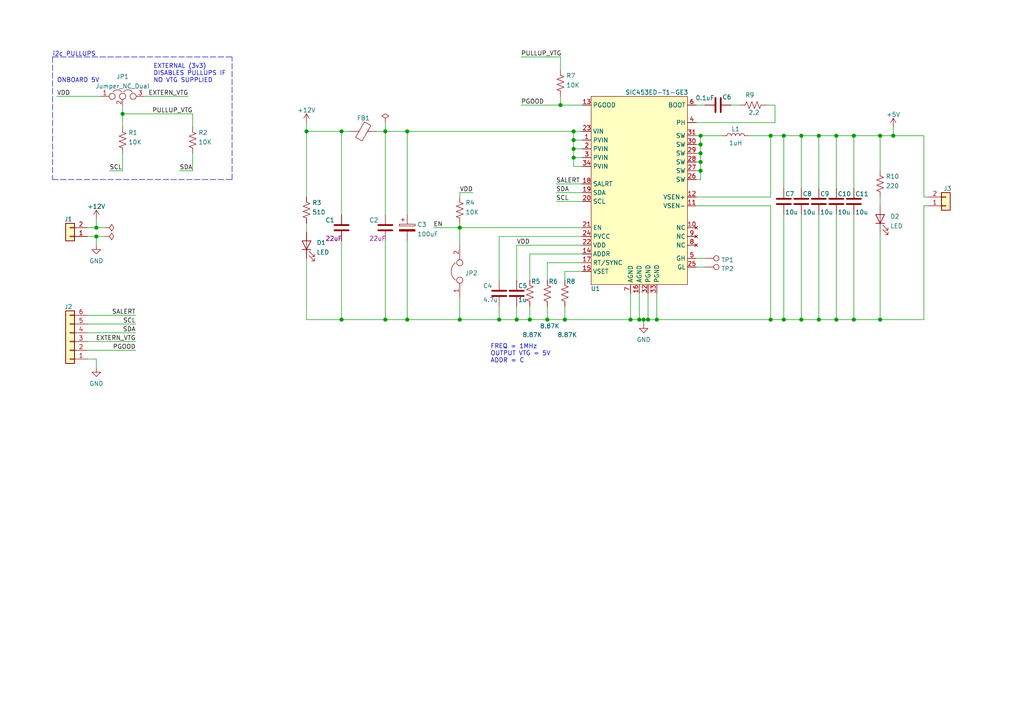
<source format=kicad_sch>
(kicad_sch (version 20210621) (generator eeschema)

  (uuid 775c3cff-a798-4334-a486-8aff76a9f773)

  (paper "A4")

  (lib_symbols
    (symbol "Connector:TestPoint" (pin_numbers hide) (pin_names (offset 0.762) hide) (in_bom yes) (on_board yes)
      (property "Reference" "TP" (id 0) (at 0 6.858 0)
        (effects (font (size 1.27 1.27)))
      )
      (property "Value" "TestPoint" (id 1) (at 0 5.08 0)
        (effects (font (size 1.27 1.27)))
      )
      (property "Footprint" "" (id 2) (at 5.08 0 0)
        (effects (font (size 1.27 1.27)) hide)
      )
      (property "Datasheet" "~" (id 3) (at 5.08 0 0)
        (effects (font (size 1.27 1.27)) hide)
      )
      (property "ki_keywords" "test point tp" (id 4) (at 0 0 0)
        (effects (font (size 1.27 1.27)) hide)
      )
      (property "ki_description" "test point" (id 5) (at 0 0 0)
        (effects (font (size 1.27 1.27)) hide)
      )
      (property "ki_fp_filters" "Pin* Test*" (id 6) (at 0 0 0)
        (effects (font (size 1.27 1.27)) hide)
      )
      (symbol "TestPoint_0_1"
        (circle (center 0 3.302) (radius 0.762) (stroke (width 0)) (fill (type none)))
      )
      (symbol "TestPoint_1_1"
        (pin passive line (at 0 0 90) (length 2.54)
          (name "1" (effects (font (size 1.27 1.27))))
          (number "1" (effects (font (size 1.27 1.27))))
        )
      )
    )
    (symbol "Connector_Generic:Conn_01x02" (pin_names (offset 1.016) hide) (in_bom yes) (on_board yes)
      (property "Reference" "J" (id 0) (at 0 2.54 0)
        (effects (font (size 1.27 1.27)))
      )
      (property "Value" "Conn_01x02" (id 1) (at 0 -5.08 0)
        (effects (font (size 1.27 1.27)))
      )
      (property "Footprint" "" (id 2) (at 0 0 0)
        (effects (font (size 1.27 1.27)) hide)
      )
      (property "Datasheet" "~" (id 3) (at 0 0 0)
        (effects (font (size 1.27 1.27)) hide)
      )
      (property "ki_keywords" "connector" (id 4) (at 0 0 0)
        (effects (font (size 1.27 1.27)) hide)
      )
      (property "ki_description" "Generic connector, single row, 01x02, script generated (kicad-library-utils/schlib/autogen/connector/)" (id 5) (at 0 0 0)
        (effects (font (size 1.27 1.27)) hide)
      )
      (property "ki_fp_filters" "Connector*:*_1x??_*" (id 6) (at 0 0 0)
        (effects (font (size 1.27 1.27)) hide)
      )
      (symbol "Conn_01x02_1_1"
        (rectangle (start -1.27 -2.413) (end 0 -2.667)
          (stroke (width 0.1524)) (fill (type none))
        )
        (rectangle (start -1.27 0.127) (end 0 -0.127)
          (stroke (width 0.1524)) (fill (type none))
        )
        (rectangle (start -1.27 1.27) (end 1.27 -3.81)
          (stroke (width 0.254)) (fill (type background))
        )
        (pin passive line (at -5.08 0 0) (length 3.81)
          (name "Pin_1" (effects (font (size 1.27 1.27))))
          (number "1" (effects (font (size 1.27 1.27))))
        )
        (pin passive line (at -5.08 -2.54 0) (length 3.81)
          (name "Pin_2" (effects (font (size 1.27 1.27))))
          (number "2" (effects (font (size 1.27 1.27))))
        )
      )
    )
    (symbol "Connector_Generic:Conn_01x06" (pin_names (offset 1.016) hide) (in_bom yes) (on_board yes)
      (property "Reference" "J" (id 0) (at 0 7.62 0)
        (effects (font (size 1.27 1.27)))
      )
      (property "Value" "Conn_01x06" (id 1) (at 0 -10.16 0)
        (effects (font (size 1.27 1.27)))
      )
      (property "Footprint" "" (id 2) (at 0 0 0)
        (effects (font (size 1.27 1.27)) hide)
      )
      (property "Datasheet" "~" (id 3) (at 0 0 0)
        (effects (font (size 1.27 1.27)) hide)
      )
      (property "ki_keywords" "connector" (id 4) (at 0 0 0)
        (effects (font (size 1.27 1.27)) hide)
      )
      (property "ki_description" "Generic connector, single row, 01x06, script generated (kicad-library-utils/schlib/autogen/connector/)" (id 5) (at 0 0 0)
        (effects (font (size 1.27 1.27)) hide)
      )
      (property "ki_fp_filters" "Connector*:*_1x??_*" (id 6) (at 0 0 0)
        (effects (font (size 1.27 1.27)) hide)
      )
      (symbol "Conn_01x06_1_1"
        (rectangle (start -1.27 -7.493) (end 0 -7.747)
          (stroke (width 0.1524)) (fill (type none))
        )
        (rectangle (start -1.27 -4.953) (end 0 -5.207)
          (stroke (width 0.1524)) (fill (type none))
        )
        (rectangle (start -1.27 -2.413) (end 0 -2.667)
          (stroke (width 0.1524)) (fill (type none))
        )
        (rectangle (start -1.27 0.127) (end 0 -0.127)
          (stroke (width 0.1524)) (fill (type none))
        )
        (rectangle (start -1.27 2.667) (end 0 2.413)
          (stroke (width 0.1524)) (fill (type none))
        )
        (rectangle (start -1.27 5.207) (end 0 4.953)
          (stroke (width 0.1524)) (fill (type none))
        )
        (rectangle (start -1.27 6.35) (end 1.27 -8.89)
          (stroke (width 0.254)) (fill (type background))
        )
        (pin passive line (at -5.08 5.08 0) (length 3.81)
          (name "Pin_1" (effects (font (size 1.27 1.27))))
          (number "1" (effects (font (size 1.27 1.27))))
        )
        (pin passive line (at -5.08 2.54 0) (length 3.81)
          (name "Pin_2" (effects (font (size 1.27 1.27))))
          (number "2" (effects (font (size 1.27 1.27))))
        )
        (pin passive line (at -5.08 0 0) (length 3.81)
          (name "Pin_3" (effects (font (size 1.27 1.27))))
          (number "3" (effects (font (size 1.27 1.27))))
        )
        (pin passive line (at -5.08 -2.54 0) (length 3.81)
          (name "Pin_4" (effects (font (size 1.27 1.27))))
          (number "4" (effects (font (size 1.27 1.27))))
        )
        (pin passive line (at -5.08 -5.08 0) (length 3.81)
          (name "Pin_5" (effects (font (size 1.27 1.27))))
          (number "5" (effects (font (size 1.27 1.27))))
        )
        (pin passive line (at -5.08 -7.62 0) (length 3.81)
          (name "Pin_6" (effects (font (size 1.27 1.27))))
          (number "6" (effects (font (size 1.27 1.27))))
        )
      )
    )
    (symbol "Device:C" (pin_numbers hide) (pin_names (offset 0.254)) (in_bom yes) (on_board yes)
      (property "Reference" "C" (id 0) (at 0.635 2.54 0)
        (effects (font (size 1.27 1.27)) (justify left))
      )
      (property "Value" "C" (id 1) (at 0.635 -2.54 0)
        (effects (font (size 1.27 1.27)) (justify left))
      )
      (property "Footprint" "" (id 2) (at 0.9652 -3.81 0)
        (effects (font (size 1.27 1.27)) hide)
      )
      (property "Datasheet" "~" (id 3) (at 0 0 0)
        (effects (font (size 1.27 1.27)) hide)
      )
      (property "ki_keywords" "cap capacitor" (id 4) (at 0 0 0)
        (effects (font (size 1.27 1.27)) hide)
      )
      (property "ki_description" "Unpolarized capacitor" (id 5) (at 0 0 0)
        (effects (font (size 1.27 1.27)) hide)
      )
      (property "ki_fp_filters" "C_*" (id 6) (at 0 0 0)
        (effects (font (size 1.27 1.27)) hide)
      )
      (symbol "C_0_1"
        (polyline
          (pts
            (xy -2.032 -0.762)
            (xy 2.032 -0.762)
          )
          (stroke (width 0.508)) (fill (type none))
        )
        (polyline
          (pts
            (xy -2.032 0.762)
            (xy 2.032 0.762)
          )
          (stroke (width 0.508)) (fill (type none))
        )
      )
      (symbol "C_1_1"
        (pin passive line (at 0 3.81 270) (length 2.794)
          (name "~" (effects (font (size 1.27 1.27))))
          (number "1" (effects (font (size 1.27 1.27))))
        )
        (pin passive line (at 0 -3.81 90) (length 2.794)
          (name "~" (effects (font (size 1.27 1.27))))
          (number "2" (effects (font (size 1.27 1.27))))
        )
      )
    )
    (symbol "Device:CP" (pin_numbers hide) (pin_names (offset 0.254)) (in_bom yes) (on_board yes)
      (property "Reference" "C" (id 0) (at 0.635 2.54 0)
        (effects (font (size 1.27 1.27)) (justify left))
      )
      (property "Value" "CP" (id 1) (at 0.635 -2.54 0)
        (effects (font (size 1.27 1.27)) (justify left))
      )
      (property "Footprint" "" (id 2) (at 0.9652 -3.81 0)
        (effects (font (size 1.27 1.27)) hide)
      )
      (property "Datasheet" "~" (id 3) (at 0 0 0)
        (effects (font (size 1.27 1.27)) hide)
      )
      (property "ki_keywords" "cap capacitor" (id 4) (at 0 0 0)
        (effects (font (size 1.27 1.27)) hide)
      )
      (property "ki_description" "Polarized capacitor" (id 5) (at 0 0 0)
        (effects (font (size 1.27 1.27)) hide)
      )
      (property "ki_fp_filters" "CP_*" (id 6) (at 0 0 0)
        (effects (font (size 1.27 1.27)) hide)
      )
      (symbol "CP_0_1"
        (rectangle (start -2.286 0.508) (end -2.286 1.016)
          (stroke (width 0)) (fill (type none))
        )
        (rectangle (start -2.286 0.508) (end 2.286 0.508)
          (stroke (width 0)) (fill (type none))
        )
        (rectangle (start 2.286 1.016) (end -2.286 1.016)
          (stroke (width 0)) (fill (type none))
        )
        (rectangle (start 2.286 1.016) (end 2.286 0.508)
          (stroke (width 0)) (fill (type none))
        )
        (rectangle (start 2.286 -0.508) (end -2.286 -1.016)
          (stroke (width 0)) (fill (type outline))
        )
        (polyline
          (pts
            (xy -1.778 2.286)
            (xy -0.762 2.286)
          )
          (stroke (width 0)) (fill (type none))
        )
        (polyline
          (pts
            (xy -1.27 2.794)
            (xy -1.27 1.778)
          )
          (stroke (width 0)) (fill (type none))
        )
      )
      (symbol "CP_1_1"
        (pin passive line (at 0 3.81 270) (length 2.794)
          (name "~" (effects (font (size 1.27 1.27))))
          (number "1" (effects (font (size 1.27 1.27))))
        )
        (pin passive line (at 0 -3.81 90) (length 2.794)
          (name "~" (effects (font (size 1.27 1.27))))
          (number "2" (effects (font (size 1.27 1.27))))
        )
      )
    )
    (symbol "Device:Ferrite_Bead" (pin_numbers hide) (pin_names (offset 0)) (in_bom yes) (on_board yes)
      (property "Reference" "FB" (id 0) (at -3.81 0.635 90)
        (effects (font (size 1.27 1.27)))
      )
      (property "Value" "Ferrite_Bead" (id 1) (at 3.81 0 90)
        (effects (font (size 1.27 1.27)))
      )
      (property "Footprint" "" (id 2) (at -1.778 0 90)
        (effects (font (size 1.27 1.27)) hide)
      )
      (property "Datasheet" "~" (id 3) (at 0 0 0)
        (effects (font (size 1.27 1.27)) hide)
      )
      (property "ki_keywords" "L ferrite bead inductor filter" (id 4) (at 0 0 0)
        (effects (font (size 1.27 1.27)) hide)
      )
      (property "ki_description" "Ferrite bead" (id 5) (at 0 0 0)
        (effects (font (size 1.27 1.27)) hide)
      )
      (property "ki_fp_filters" "Inductor_* L_* *Ferrite*" (id 6) (at 0 0 0)
        (effects (font (size 1.27 1.27)) hide)
      )
      (symbol "Ferrite_Bead_0_1"
        (polyline
          (pts
            (xy 0 -1.27)
            (xy 0 -1.2192)
          )
          (stroke (width 0)) (fill (type none))
        )
        (polyline
          (pts
            (xy 0 1.27)
            (xy 0 1.2954)
          )
          (stroke (width 0)) (fill (type none))
        )
        (polyline
          (pts
            (xy -2.7686 0.4064)
            (xy -1.7018 2.2606)
            (xy 2.7686 -0.3048)
            (xy 1.6764 -2.159)
            (xy -2.7686 0.4064)
          )
          (stroke (width 0)) (fill (type none))
        )
      )
      (symbol "Ferrite_Bead_1_1"
        (pin passive line (at 0 3.81 270) (length 2.54)
          (name "~" (effects (font (size 1.27 1.27))))
          (number "1" (effects (font (size 1.27 1.27))))
        )
        (pin passive line (at 0 -3.81 90) (length 2.54)
          (name "~" (effects (font (size 1.27 1.27))))
          (number "2" (effects (font (size 1.27 1.27))))
        )
      )
    )
    (symbol "Device:Jumper" (pin_names (offset 0.762) hide) (in_bom yes) (on_board yes)
      (property "Reference" "JP" (id 0) (at 0 3.81 0)
        (effects (font (size 1.27 1.27)))
      )
      (property "Value" "Jumper" (id 1) (at 0 -2.032 0)
        (effects (font (size 1.27 1.27)))
      )
      (property "Footprint" "" (id 2) (at 0 0 0)
        (effects (font (size 1.27 1.27)) hide)
      )
      (property "Datasheet" "~" (id 3) (at 0 0 0)
        (effects (font (size 1.27 1.27)) hide)
      )
      (property "ki_keywords" "jumper bridge link NC" (id 4) (at 0 0 0)
        (effects (font (size 1.27 1.27)) hide)
      )
      (property "ki_description" "Jumper, normally closed" (id 5) (at 0 0 0)
        (effects (font (size 1.27 1.27)) hide)
      )
      (symbol "Jumper_0_1"
        (arc (start -2.4892 1.27) (end 2.5146 1.27) (radius (at 0 -0.6604) (length 3.175) (angles 142.6 37.3))
          (stroke (width 0)) (fill (type none))
        )
        (circle (center -2.54 0) (radius 0.889) (stroke (width 0)) (fill (type none)))
        (circle (center 2.54 0) (radius 0.889) (stroke (width 0)) (fill (type none)))
        (pin passive line (at -7.62 0 0) (length 4.191)
          (name "1" (effects (font (size 1.27 1.27))))
          (number "1" (effects (font (size 1.27 1.27))))
        )
        (pin passive line (at 7.62 0 180) (length 4.191)
          (name "2" (effects (font (size 1.27 1.27))))
          (number "2" (effects (font (size 1.27 1.27))))
        )
      )
    )
    (symbol "Device:Jumper_NC_Dual" (pin_names (offset 0.762) hide) (in_bom yes) (on_board yes)
      (property "Reference" "JP" (id 0) (at 1.27 -2.54 0)
        (effects (font (size 1.27 1.27)) (justify left))
      )
      (property "Value" "Jumper_NC_Dual" (id 1) (at 0 2.54 0)
        (effects (font (size 1.27 1.27)) (justify bottom))
      )
      (property "Footprint" "" (id 2) (at 0 0 0)
        (effects (font (size 1.27 1.27)) hide)
      )
      (property "Datasheet" "~" (id 3) (at 0 0 0)
        (effects (font (size 1.27 1.27)) hide)
      )
      (property "ki_keywords" "jumper bridge link NC" (id 4) (at 0 0 0)
        (effects (font (size 1.27 1.27)) hide)
      )
      (property "ki_description" "Dual jumper, normally closed" (id 5) (at 0 0 0)
        (effects (font (size 1.27 1.27)) hide)
      )
      (symbol "Jumper_NC_Dual_0_1"
        (arc (start -0.254 1.27) (end -2.794 1.27) (radius (at -1.524 0.254) (length 1.6256) (angles 38.6 141.3))
          (stroke (width 0)) (fill (type none))
        )
        (arc (start 2.794 1.27) (end 0.254 1.27) (radius (at 1.524 0.254) (length 1.6256) (angles 38.6 141.3))
          (stroke (width 0)) (fill (type none))
        )
        (circle (center -3.048 0) (radius 0.889) (stroke (width 0)) (fill (type none)))
        (circle (center 0 0) (radius 0.9144) (stroke (width 0)) (fill (type none)))
        (circle (center 3.048 0) (radius 0.889) (stroke (width 0)) (fill (type none)))
        (pin passive line (at -6.35 0 0) (length 2.413)
          (name "1" (effects (font (size 1.27 1.27))))
          (number "1" (effects (font (size 1.27 1.27))))
        )
        (pin passive line (at 0 -2.54 90) (length 1.524)
          (name "2" (effects (font (size 1.27 1.27))))
          (number "2" (effects (font (size 1.27 1.27))))
        )
        (pin passive line (at 6.35 0 180) (length 2.413)
          (name "3" (effects (font (size 1.27 1.27))))
          (number "3" (effects (font (size 1.27 1.27))))
        )
      )
    )
    (symbol "Device:L" (pin_numbers hide) (pin_names (offset 1.016) hide) (in_bom yes) (on_board yes)
      (property "Reference" "L" (id 0) (at -1.27 0 90)
        (effects (font (size 1.27 1.27)))
      )
      (property "Value" "L" (id 1) (at 1.905 0 90)
        (effects (font (size 1.27 1.27)))
      )
      (property "Footprint" "" (id 2) (at 0 0 0)
        (effects (font (size 1.27 1.27)) hide)
      )
      (property "Datasheet" "~" (id 3) (at 0 0 0)
        (effects (font (size 1.27 1.27)) hide)
      )
      (property "ki_keywords" "inductor choke coil reactor magnetic" (id 4) (at 0 0 0)
        (effects (font (size 1.27 1.27)) hide)
      )
      (property "ki_description" "Inductor" (id 5) (at 0 0 0)
        (effects (font (size 1.27 1.27)) hide)
      )
      (property "ki_fp_filters" "Choke_* *Coil* Inductor_* L_*" (id 6) (at 0 0 0)
        (effects (font (size 1.27 1.27)) hide)
      )
      (symbol "L_0_1"
        (arc (start 0 -2.54) (end 0 -1.27) (radius (at 0 -1.905) (length 0.635) (angles -89.9 89.9))
          (stroke (width 0)) (fill (type none))
        )
        (arc (start 0 -1.27) (end 0 0) (radius (at 0 -0.635) (length 0.635) (angles -89.9 89.9))
          (stroke (width 0)) (fill (type none))
        )
        (arc (start 0 0) (end 0 1.27) (radius (at 0 0.635) (length 0.635) (angles -89.9 89.9))
          (stroke (width 0)) (fill (type none))
        )
        (arc (start 0 1.27) (end 0 2.54) (radius (at 0 1.905) (length 0.635) (angles -89.9 89.9))
          (stroke (width 0)) (fill (type none))
        )
      )
      (symbol "L_1_1"
        (pin passive line (at 0 3.81 270) (length 1.27)
          (name "1" (effects (font (size 1.27 1.27))))
          (number "1" (effects (font (size 1.27 1.27))))
        )
        (pin passive line (at 0 -3.81 90) (length 1.27)
          (name "2" (effects (font (size 1.27 1.27))))
          (number "2" (effects (font (size 1.27 1.27))))
        )
      )
    )
    (symbol "Device:LED" (pin_numbers hide) (pin_names (offset 1.016) hide) (in_bom yes) (on_board yes)
      (property "Reference" "D" (id 0) (at 0 2.54 0)
        (effects (font (size 1.27 1.27)))
      )
      (property "Value" "LED" (id 1) (at 0 -2.54 0)
        (effects (font (size 1.27 1.27)))
      )
      (property "Footprint" "" (id 2) (at 0 0 0)
        (effects (font (size 1.27 1.27)) hide)
      )
      (property "Datasheet" "~" (id 3) (at 0 0 0)
        (effects (font (size 1.27 1.27)) hide)
      )
      (property "ki_keywords" "LED diode" (id 4) (at 0 0 0)
        (effects (font (size 1.27 1.27)) hide)
      )
      (property "ki_description" "Light emitting diode" (id 5) (at 0 0 0)
        (effects (font (size 1.27 1.27)) hide)
      )
      (property "ki_fp_filters" "LED* LED_SMD:* LED_THT:*" (id 6) (at 0 0 0)
        (effects (font (size 1.27 1.27)) hide)
      )
      (symbol "LED_0_1"
        (polyline
          (pts
            (xy -1.27 -1.27)
            (xy -1.27 1.27)
          )
          (stroke (width 0.2032)) (fill (type none))
        )
        (polyline
          (pts
            (xy -1.27 0)
            (xy 1.27 0)
          )
          (stroke (width 0)) (fill (type none))
        )
        (polyline
          (pts
            (xy 1.27 -1.27)
            (xy 1.27 1.27)
            (xy -1.27 0)
            (xy 1.27 -1.27)
          )
          (stroke (width 0.2032)) (fill (type none))
        )
        (polyline
          (pts
            (xy -3.048 -0.762)
            (xy -4.572 -2.286)
            (xy -3.81 -2.286)
            (xy -4.572 -2.286)
            (xy -4.572 -1.524)
          )
          (stroke (width 0)) (fill (type none))
        )
        (polyline
          (pts
            (xy -1.778 -0.762)
            (xy -3.302 -2.286)
            (xy -2.54 -2.286)
            (xy -3.302 -2.286)
            (xy -3.302 -1.524)
          )
          (stroke (width 0)) (fill (type none))
        )
      )
      (symbol "LED_1_1"
        (pin passive line (at -3.81 0 0) (length 2.54)
          (name "K" (effects (font (size 1.27 1.27))))
          (number "1" (effects (font (size 1.27 1.27))))
        )
        (pin passive line (at 3.81 0 180) (length 2.54)
          (name "A" (effects (font (size 1.27 1.27))))
          (number "2" (effects (font (size 1.27 1.27))))
        )
      )
    )
    (symbol "Device:R_US" (pin_numbers hide) (pin_names (offset 0)) (in_bom yes) (on_board yes)
      (property "Reference" "R" (id 0) (at 2.54 0 90)
        (effects (font (size 1.27 1.27)))
      )
      (property "Value" "R_US" (id 1) (at -2.54 0 90)
        (effects (font (size 1.27 1.27)))
      )
      (property "Footprint" "" (id 2) (at 1.016 -0.254 90)
        (effects (font (size 1.27 1.27)) hide)
      )
      (property "Datasheet" "~" (id 3) (at 0 0 0)
        (effects (font (size 1.27 1.27)) hide)
      )
      (property "ki_keywords" "R res resistor" (id 4) (at 0 0 0)
        (effects (font (size 1.27 1.27)) hide)
      )
      (property "ki_description" "Resistor, US symbol" (id 5) (at 0 0 0)
        (effects (font (size 1.27 1.27)) hide)
      )
      (property "ki_fp_filters" "R_*" (id 6) (at 0 0 0)
        (effects (font (size 1.27 1.27)) hide)
      )
      (symbol "R_US_0_1"
        (polyline
          (pts
            (xy 0 -2.286)
            (xy 0 -2.54)
          )
          (stroke (width 0)) (fill (type none))
        )
        (polyline
          (pts
            (xy 0 2.286)
            (xy 0 2.54)
          )
          (stroke (width 0)) (fill (type none))
        )
        (polyline
          (pts
            (xy 0 -0.762)
            (xy 1.016 -1.143)
            (xy 0 -1.524)
            (xy -1.016 -1.905)
            (xy 0 -2.286)
          )
          (stroke (width 0)) (fill (type none))
        )
        (polyline
          (pts
            (xy 0 0.762)
            (xy 1.016 0.381)
            (xy 0 0)
            (xy -1.016 -0.381)
            (xy 0 -0.762)
          )
          (stroke (width 0)) (fill (type none))
        )
        (polyline
          (pts
            (xy 0 2.286)
            (xy 1.016 1.905)
            (xy 0 1.524)
            (xy -1.016 1.143)
            (xy 0 0.762)
          )
          (stroke (width 0)) (fill (type none))
        )
      )
      (symbol "R_US_1_1"
        (pin passive line (at 0 3.81 270) (length 1.27)
          (name "~" (effects (font (size 1.27 1.27))))
          (number "1" (effects (font (size 1.27 1.27))))
        )
        (pin passive line (at 0 -3.81 90) (length 1.27)
          (name "~" (effects (font (size 1.27 1.27))))
          (number "2" (effects (font (size 1.27 1.27))))
        )
      )
    )
    (symbol "eval-board-1_buck-regulator:GCJ32EC71E226KE02" (pin_numbers hide) (pin_names (offset 0.254)) (in_bom yes) (on_board yes)
      (property "Reference" "C" (id 0) (at 0.635 2.54 0)
        (effects (font (size 1.27 1.27)) (justify left))
      )
      (property "Value" "GCJ32EC71E226KE02" (id 1) (at 0.635 -2.54 0)
        (effects (font (size 1.27 1.27)) (justify left) hide)
      )
      (property "Footprint" "footprints:CAPACITOR_1210N" (id 2) (at 0.9652 -3.81 0)
        (effects (font (size 1.27 1.27)) hide)
      )
      (property "Datasheet" "" (id 3) (at 0 0 0)
        (effects (font (size 1.27 1.27)) hide)
      )
      (property "id" "22uF" (id 4) (at -3.81 2.54 0)
        (effects (font (size 1.27 1.27)))
      )
      (property "manf" "Murata Electronics" (id 5) (at 0 0 0)
        (effects (font (size 1.27 1.27)) hide)
      )
      (property "ki_keywords" "22uF ±10% 25V Ceramic Capacitor X5R 1210 (3225 Metric)" (id 6) (at 0 0 0)
        (effects (font (size 1.27 1.27)) hide)
      )
      (property "ki_description" "22uF ±10% 25V Ceramic Capacitor X5R 1210 (3225 Metric)" (id 7) (at 0 0 0)
        (effects (font (size 1.27 1.27)) hide)
      )
      (symbol "GCJ32EC71E226KE02_0_1"
        (polyline
          (pts
            (xy -2.032 -0.762)
            (xy 2.032 -0.762)
          )
          (stroke (width 0.508)) (fill (type none))
        )
        (polyline
          (pts
            (xy -2.032 0.762)
            (xy 2.032 0.762)
          )
          (stroke (width 0.508)) (fill (type none))
        )
      )
      (symbol "GCJ32EC71E226KE02_1_1"
        (pin passive line (at 0 3.81 270) (length 2.794)
          (name "~" (effects (font (size 1.27 1.27))))
          (number "1" (effects (font (size 1.27 1.27))))
        )
        (pin passive line (at 0 -3.81 90) (length 2.794)
          (name "~" (effects (font (size 1.27 1.27))))
          (number "2" (effects (font (size 1.27 1.27))))
        )
      )
    )
    (symbol "eval-board-1_buck-regulator:SIC453ED-T1-GE3" (in_bom yes) (on_board yes)
      (property "Reference" "U" (id 0) (at 0 0 0)
        (effects (font (size 1.27 1.27)))
      )
      (property "Value" "SIC453ED-T1-GE3" (id 1) (at 0 0 0)
        (effects (font (size 1.27 1.27)))
      )
      (property "Footprint" "" (id 2) (at -8.89 59.69 0)
        (effects (font (size 1.27 1.27)) hide)
      )
      (property "Datasheet" "" (id 3) (at -8.89 59.69 0)
        (effects (font (size 1.27 1.27)) hide)
      )
      (symbol "SIC453ED-T1-GE3_0_0"
        (pin power_in line (at -17.78 5.08 0) (length 2.54)
          (name "PVIN" (effects (font (size 1.27 1.27))))
          (number "34" (effects (font (size 1.27 1.27))))
        )
      )
      (symbol "SIC453ED-T1-GE3_0_1"
        (rectangle (start -15.24 25.4) (end 12.7 -29.21)
          (stroke (width 0.1524)) (fill (type background))
        )
      )
      (symbol "SIC453ED-T1-GE3_1_1"
        (pin power_in line (at -17.78 12.7 0) (length 2.54)
          (name "PVIN" (effects (font (size 1.27 1.27))))
          (number "1" (effects (font (size 1.27 1.27))))
        )
        (pin no_connect line (at 15.24 -12.7 180) (length 2.54)
          (name "NC" (effects (font (size 1.27 1.27))))
          (number "10" (effects (font (size 1.27 1.27))))
        )
        (pin input line (at 15.24 -6.35 180) (length 2.54)
          (name "VSEN-" (effects (font (size 1.27 1.27))))
          (number "11" (effects (font (size 1.27 1.27))))
        )
        (pin input line (at 15.24 -3.81 180) (length 2.54)
          (name "VSEN+" (effects (font (size 1.27 1.27))))
          (number "12" (effects (font (size 1.27 1.27))))
        )
        (pin open_collector line (at -17.78 22.86 0) (length 2.54)
          (name "PGOOD" (effects (font (size 1.27 1.27))))
          (number "13" (effects (font (size 1.27 1.27))))
        )
        (pin input line (at -17.78 -20.32 0) (length 2.54)
          (name "ADDR" (effects (font (size 1.27 1.27))))
          (number "14" (effects (font (size 1.27 1.27))))
        )
        (pin input line (at -17.78 -25.4 0) (length 2.54)
          (name "VSET" (effects (font (size 1.27 1.27))))
          (number "15" (effects (font (size 1.27 1.27))))
        )
        (pin power_in line (at -1.27 -31.75 90) (length 2.54)
          (name "AGND" (effects (font (size 1.27 1.27))))
          (number "16" (effects (font (size 1.27 1.27))))
        )
        (pin input line (at -17.78 -22.86 0) (length 2.54)
          (name "RT/SYNC" (effects (font (size 1.27 1.27))))
          (number "17" (effects (font (size 1.27 1.27))))
        )
        (pin output line (at -17.78 0 0) (length 2.54)
          (name "SALRT" (effects (font (size 1.27 1.27))))
          (number "18" (effects (font (size 1.27 1.27))))
        )
        (pin bidirectional line (at -17.78 -2.54 0) (length 2.54)
          (name "SDA" (effects (font (size 1.27 1.27))))
          (number "19" (effects (font (size 1.27 1.27))))
        )
        (pin power_in line (at -17.78 10.16 0) (length 2.54)
          (name "PVIN" (effects (font (size 1.27 1.27))))
          (number "2" (effects (font (size 1.27 1.27))))
        )
        (pin bidirectional line (at -17.78 -5.08 0) (length 2.54)
          (name "SCL" (effects (font (size 1.27 1.27))))
          (number "20" (effects (font (size 1.27 1.27))))
        )
        (pin input line (at -17.78 -12.7 0) (length 2.54)
          (name "EN" (effects (font (size 1.27 1.27))))
          (number "21" (effects (font (size 1.27 1.27))))
        )
        (pin power_out line (at -17.78 -17.78 0) (length 2.54)
          (name "VDD" (effects (font (size 1.27 1.27))))
          (number "22" (effects (font (size 1.27 1.27))))
        )
        (pin power_in line (at -17.78 15.24 0) (length 2.54)
          (name "VIN" (effects (font (size 1.27 1.27))))
          (number "23" (effects (font (size 1.27 1.27))))
        )
        (pin power_out line (at -17.78 -15.24 0) (length 2.54)
          (name "PVCC" (effects (font (size 1.27 1.27))))
          (number "24" (effects (font (size 1.27 1.27))))
        )
        (pin input line (at 15.24 -24.13 180) (length 2.54)
          (name "GL" (effects (font (size 1.27 1.27))))
          (number "25" (effects (font (size 1.27 1.27))))
        )
        (pin passive line (at 15.24 1.27 180) (length 2.54)
          (name "SW" (effects (font (size 1.27 1.27))))
          (number "26" (effects (font (size 1.27 1.27))))
        )
        (pin passive line (at 15.24 3.81 180) (length 2.54)
          (name "SW" (effects (font (size 1.27 1.27))))
          (number "27" (effects (font (size 1.27 1.27))))
        )
        (pin passive line (at 15.24 6.35 180) (length 2.54)
          (name "SW" (effects (font (size 1.27 1.27))))
          (number "28" (effects (font (size 1.27 1.27))))
        )
        (pin passive line (at 15.24 8.89 180) (length 2.54)
          (name "SW" (effects (font (size 1.27 1.27))))
          (number "29" (effects (font (size 1.27 1.27))))
        )
        (pin power_in line (at -17.78 7.62 0) (length 2.54)
          (name "PVIN" (effects (font (size 1.27 1.27))))
          (number "3" (effects (font (size 1.27 1.27))))
        )
        (pin passive line (at 15.24 11.43 180) (length 2.54)
          (name "SW" (effects (font (size 1.27 1.27))))
          (number "30" (effects (font (size 1.27 1.27))))
        )
        (pin power_out line (at 15.24 13.97 180) (length 2.54)
          (name "SW" (effects (font (size 1.27 1.27))))
          (number "31" (effects (font (size 1.27 1.27))))
        )
        (pin power_in line (at 1.27 -31.75 90) (length 2.54)
          (name "PGND" (effects (font (size 1.27 1.27))))
          (number "32" (effects (font (size 1.27 1.27))))
        )
        (pin power_in line (at 3.81 -31.75 90) (length 2.54)
          (name "PGND" (effects (font (size 1.27 1.27))))
          (number "33" (effects (font (size 1.27 1.27))))
        )
        (pin input line (at 15.24 17.78 180) (length 2.54)
          (name "PH" (effects (font (size 1.27 1.27))))
          (number "4" (effects (font (size 1.27 1.27))))
        )
        (pin input line (at 15.24 -21.59 180) (length 2.54)
          (name "GH" (effects (font (size 1.27 1.27))))
          (number "5" (effects (font (size 1.27 1.27))))
        )
        (pin input line (at 15.24 22.86 180) (length 2.54)
          (name "BOOT" (effects (font (size 1.27 1.27))))
          (number "6" (effects (font (size 1.27 1.27))))
        )
        (pin power_in line (at -3.81 -31.75 90) (length 2.54)
          (name "AGND" (effects (font (size 1.27 1.27))))
          (number "7" (effects (font (size 1.27 1.27))))
        )
        (pin no_connect line (at 15.24 -17.78 180) (length 2.54)
          (name "NC" (effects (font (size 1.27 1.27))))
          (number "8" (effects (font (size 1.27 1.27))))
        )
        (pin no_connect line (at 15.24 -15.24 180) (length 2.54)
          (name "NC" (effects (font (size 1.27 1.27))))
          (number "9" (effects (font (size 1.27 1.27))))
        )
      )
    )
    (symbol "power:+12V" (power) (pin_names (offset 0)) (in_bom yes) (on_board yes)
      (property "Reference" "#PWR" (id 0) (at 0 -3.81 0)
        (effects (font (size 1.27 1.27)) hide)
      )
      (property "Value" "+12V" (id 1) (at 0 3.556 0)
        (effects (font (size 1.27 1.27)))
      )
      (property "Footprint" "" (id 2) (at 0 0 0)
        (effects (font (size 1.27 1.27)) hide)
      )
      (property "Datasheet" "" (id 3) (at 0 0 0)
        (effects (font (size 1.27 1.27)) hide)
      )
      (property "ki_keywords" "power-flag" (id 4) (at 0 0 0)
        (effects (font (size 1.27 1.27)) hide)
      )
      (property "ki_description" "Power flag, +12V" (id 5) (at 0 0 0)
        (effects (font (size 1.27 1.27)) hide)
      )
      (symbol "+12V_0_1"
        (polyline
          (pts
            (xy -0.762 1.27)
            (xy 0 2.54)
          )
          (stroke (width 0)) (fill (type none))
        )
        (polyline
          (pts
            (xy 0 0)
            (xy 0 2.54)
          )
          (stroke (width 0)) (fill (type none))
        )
        (polyline
          (pts
            (xy 0 2.54)
            (xy 0.762 1.27)
          )
          (stroke (width 0)) (fill (type none))
        )
      )
      (symbol "+12V_1_1"
        (pin power_in line (at 0 0 90) (length 0) hide
          (name "+12V" (effects (font (size 1.27 1.27))))
          (number "1" (effects (font (size 1.27 1.27))))
        )
      )
    )
    (symbol "power:+5V" (power) (pin_names (offset 0)) (in_bom yes) (on_board yes)
      (property "Reference" "#PWR" (id 0) (at 0 -3.81 0)
        (effects (font (size 1.27 1.27)) hide)
      )
      (property "Value" "+5V" (id 1) (at 0 3.556 0)
        (effects (font (size 1.27 1.27)))
      )
      (property "Footprint" "" (id 2) (at 0 0 0)
        (effects (font (size 1.27 1.27)) hide)
      )
      (property "Datasheet" "" (id 3) (at 0 0 0)
        (effects (font (size 1.27 1.27)) hide)
      )
      (property "ki_keywords" "power-flag" (id 4) (at 0 0 0)
        (effects (font (size 1.27 1.27)) hide)
      )
      (property "ki_description" "Power flag, +5V" (id 5) (at 0 0 0)
        (effects (font (size 1.27 1.27)) hide)
      )
      (symbol "+5V_0_1"
        (polyline
          (pts
            (xy -0.762 1.27)
            (xy 0 2.54)
          )
          (stroke (width 0)) (fill (type none))
        )
        (polyline
          (pts
            (xy 0 0)
            (xy 0 2.54)
          )
          (stroke (width 0)) (fill (type none))
        )
        (polyline
          (pts
            (xy 0 2.54)
            (xy 0.762 1.27)
          )
          (stroke (width 0)) (fill (type none))
        )
      )
      (symbol "+5V_1_1"
        (pin power_in line (at 0 0 90) (length 0) hide
          (name "+5V" (effects (font (size 1.27 1.27))))
          (number "1" (effects (font (size 1.27 1.27))))
        )
      )
    )
    (symbol "power:GND" (power) (pin_names (offset 0)) (in_bom yes) (on_board yes)
      (property "Reference" "#PWR" (id 0) (at 0 -6.35 0)
        (effects (font (size 1.27 1.27)) hide)
      )
      (property "Value" "GND" (id 1) (at 0 -3.81 0)
        (effects (font (size 1.27 1.27)))
      )
      (property "Footprint" "" (id 2) (at 0 0 0)
        (effects (font (size 1.27 1.27)) hide)
      )
      (property "Datasheet" "" (id 3) (at 0 0 0)
        (effects (font (size 1.27 1.27)) hide)
      )
      (property "ki_keywords" "power-flag" (id 4) (at 0 0 0)
        (effects (font (size 1.27 1.27)) hide)
      )
      (property "ki_description" "Power flag, ground" (id 5) (at 0 0 0)
        (effects (font (size 1.27 1.27)) hide)
      )
      (symbol "GND_0_1"
        (polyline
          (pts
            (xy 0 0)
            (xy 0 -1.27)
            (xy 1.27 -1.27)
            (xy 0 -2.54)
            (xy -1.27 -1.27)
            (xy 0 -1.27)
          )
          (stroke (width 0)) (fill (type none))
        )
      )
      (symbol "GND_1_1"
        (pin power_in line (at 0 0 270) (length 0) hide
          (name "GND" (effects (font (size 1.27 1.27))))
          (number "1" (effects (font (size 1.27 1.27))))
        )
      )
    )
    (symbol "power:PWR_FLAG" (power) (pin_numbers hide) (pin_names (offset 0) hide) (in_bom yes) (on_board yes)
      (property "Reference" "#FLG" (id 0) (at 0 1.905 0)
        (effects (font (size 1.27 1.27)) hide)
      )
      (property "Value" "PWR_FLAG" (id 1) (at 0 3.81 0)
        (effects (font (size 1.27 1.27)))
      )
      (property "Footprint" "" (id 2) (at 0 0 0)
        (effects (font (size 1.27 1.27)) hide)
      )
      (property "Datasheet" "~" (id 3) (at 0 0 0)
        (effects (font (size 1.27 1.27)) hide)
      )
      (property "ki_keywords" "power-flag" (id 4) (at 0 0 0)
        (effects (font (size 1.27 1.27)) hide)
      )
      (property "ki_description" "Power flag, general" (id 5) (at 0 0 0)
        (effects (font (size 1.27 1.27)) hide)
      )
      (symbol "PWR_FLAG_0_0"
        (pin power_out line (at 0 0 90) (length 0)
          (name "pwr" (effects (font (size 1.27 1.27))))
          (number "1" (effects (font (size 1.27 1.27))))
        )
      )
      (symbol "PWR_FLAG_0_1"
        (polyline
          (pts
            (xy 0 0)
            (xy 0 1.27)
            (xy -1.016 1.905)
            (xy 0 2.54)
            (xy 1.016 1.905)
            (xy 0 1.27)
          )
          (stroke (width 0)) (fill (type none))
        )
      )
    )
  )

  (junction (at 27.94 66.04) (diameter 1.016) (color 0 0 0 0))
  (junction (at 27.94 68.58) (diameter 1.016) (color 0 0 0 0))
  (junction (at 35.56 33.02) (diameter 1.016) (color 0 0 0 0))
  (junction (at 88.9 38.1) (diameter 1.016) (color 0 0 0 0))
  (junction (at 99.06 38.1) (diameter 1.016) (color 0 0 0 0))
  (junction (at 99.06 92.71) (diameter 1.016) (color 0 0 0 0))
  (junction (at 111.76 38.1) (diameter 1.016) (color 0 0 0 0))
  (junction (at 111.76 92.71) (diameter 1.016) (color 0 0 0 0))
  (junction (at 118.11 38.1) (diameter 1.016) (color 0 0 0 0))
  (junction (at 118.11 92.71) (diameter 1.016) (color 0 0 0 0))
  (junction (at 133.35 66.04) (diameter 1.016) (color 0 0 0 0))
  (junction (at 133.35 92.71) (diameter 1.016) (color 0 0 0 0))
  (junction (at 144.78 92.71) (diameter 1.016) (color 0 0 0 0))
  (junction (at 149.86 92.71) (diameter 1.016) (color 0 0 0 0))
  (junction (at 153.67 92.71) (diameter 1.016) (color 0 0 0 0))
  (junction (at 158.75 92.71) (diameter 1.016) (color 0 0 0 0))
  (junction (at 162.56 30.48) (diameter 1.016) (color 0 0 0 0))
  (junction (at 163.83 92.71) (diameter 1.016) (color 0 0 0 0))
  (junction (at 166.37 38.1) (diameter 1.016) (color 0 0 0 0))
  (junction (at 166.37 40.64) (diameter 1.016) (color 0 0 0 0))
  (junction (at 166.37 43.18) (diameter 1.016) (color 0 0 0 0))
  (junction (at 166.37 45.72) (diameter 1.016) (color 0 0 0 0))
  (junction (at 182.88 92.71) (diameter 1.016) (color 0 0 0 0))
  (junction (at 185.42 92.71) (diameter 1.016) (color 0 0 0 0))
  (junction (at 186.69 92.71) (diameter 1.016) (color 0 0 0 0))
  (junction (at 187.96 92.71) (diameter 1.016) (color 0 0 0 0))
  (junction (at 190.5 92.71) (diameter 1.016) (color 0 0 0 0))
  (junction (at 203.2 39.37) (diameter 1.016) (color 0 0 0 0))
  (junction (at 203.2 41.91) (diameter 1.016) (color 0 0 0 0))
  (junction (at 203.2 44.45) (diameter 1.016) (color 0 0 0 0))
  (junction (at 203.2 46.99) (diameter 1.016) (color 0 0 0 0))
  (junction (at 203.2 49.53) (diameter 1.016) (color 0 0 0 0))
  (junction (at 223.52 39.37) (diameter 1.016) (color 0 0 0 0))
  (junction (at 223.52 92.71) (diameter 1.016) (color 0 0 0 0))
  (junction (at 227.33 39.37) (diameter 1.016) (color 0 0 0 0))
  (junction (at 227.33 92.71) (diameter 1.016) (color 0 0 0 0))
  (junction (at 232.41 39.37) (diameter 1.016) (color 0 0 0 0))
  (junction (at 232.41 92.71) (diameter 1.016) (color 0 0 0 0))
  (junction (at 237.49 39.37) (diameter 1.016) (color 0 0 0 0))
  (junction (at 237.49 92.71) (diameter 1.016) (color 0 0 0 0))
  (junction (at 242.57 39.37) (diameter 1.016) (color 0 0 0 0))
  (junction (at 242.57 92.71) (diameter 1.016) (color 0 0 0 0))
  (junction (at 247.65 39.37) (diameter 1.016) (color 0 0 0 0))
  (junction (at 247.65 92.71) (diameter 1.016) (color 0 0 0 0))
  (junction (at 255.27 39.37) (diameter 1.016) (color 0 0 0 0))
  (junction (at 255.27 92.71) (diameter 1.016) (color 0 0 0 0))
  (junction (at 259.08 39.37) (diameter 1.016) (color 0 0 0 0))

  (wire (pts (xy 16.51 27.94) (xy 29.21 27.94))
    (stroke (width 0) (type solid) (color 0 0 0 0))
    (uuid e40015dd-e438-46ae-91e9-332224c46ddd)
  )
  (wire (pts (xy 25.4 91.44) (xy 39.37 91.44))
    (stroke (width 0) (type solid) (color 0 0 0 0))
    (uuid 939b2bc9-f0e1-463f-ae38-7c763b35de8d)
  )
  (wire (pts (xy 25.4 93.98) (xy 39.37 93.98))
    (stroke (width 0) (type solid) (color 0 0 0 0))
    (uuid 86a5e510-74e7-46db-a6f2-fd3625df5f0e)
  )
  (wire (pts (xy 25.4 96.52) (xy 39.37 96.52))
    (stroke (width 0) (type solid) (color 0 0 0 0))
    (uuid bf50c539-b41e-42ac-866c-b5be3a02e7f7)
  )
  (wire (pts (xy 25.4 99.06) (xy 39.37 99.06))
    (stroke (width 0) (type solid) (color 0 0 0 0))
    (uuid fead2928-f672-4dc6-a598-3162e5d156ba)
  )
  (wire (pts (xy 25.4 101.6) (xy 39.37 101.6))
    (stroke (width 0) (type solid) (color 0 0 0 0))
    (uuid 5d167a8a-8772-4291-b0e6-c3d483c7f035)
  )
  (wire (pts (xy 27.94 63.5) (xy 27.94 66.04))
    (stroke (width 0) (type solid) (color 0 0 0 0))
    (uuid e0771fe2-b3cd-4324-90e8-69bdd57fd65c)
  )
  (wire (pts (xy 27.94 66.04) (xy 25.4 66.04))
    (stroke (width 0) (type solid) (color 0 0 0 0))
    (uuid e0771fe2-b3cd-4324-90e8-69bdd57fd65c)
  )
  (wire (pts (xy 27.94 66.04) (xy 30.48 66.04))
    (stroke (width 0) (type solid) (color 0 0 0 0))
    (uuid 72f824cc-0113-4f3e-87f8-7bb6dee9fb37)
  )
  (wire (pts (xy 27.94 68.58) (xy 25.4 68.58))
    (stroke (width 0) (type solid) (color 0 0 0 0))
    (uuid 0295cbb8-d25a-4c85-a7dc-c6166a9b87e5)
  )
  (wire (pts (xy 27.94 68.58) (xy 27.94 71.12))
    (stroke (width 0) (type solid) (color 0 0 0 0))
    (uuid 0295cbb8-d25a-4c85-a7dc-c6166a9b87e5)
  )
  (wire (pts (xy 27.94 68.58) (xy 30.48 68.58))
    (stroke (width 0) (type solid) (color 0 0 0 0))
    (uuid 991f1a58-5e32-4824-93b2-d8e4f62f7675)
  )
  (wire (pts (xy 27.94 104.14) (xy 25.4 104.14))
    (stroke (width 0) (type solid) (color 0 0 0 0))
    (uuid 9e7612a3-2a6e-4624-952f-c549693feedb)
  )
  (wire (pts (xy 27.94 106.68) (xy 27.94 104.14))
    (stroke (width 0) (type solid) (color 0 0 0 0))
    (uuid 9e7612a3-2a6e-4624-952f-c549693feedb)
  )
  (wire (pts (xy 31.75 49.53) (xy 35.56 49.53))
    (stroke (width 0) (type solid) (color 0 0 0 0))
    (uuid d97317cc-3968-410b-ba7a-15e4eed73e49)
  )
  (wire (pts (xy 35.56 30.48) (xy 35.56 33.02))
    (stroke (width 0) (type solid) (color 0 0 0 0))
    (uuid a76696d1-4385-4c9b-b8cc-9224fccfe4c1)
  )
  (wire (pts (xy 35.56 33.02) (xy 35.56 36.83))
    (stroke (width 0) (type solid) (color 0 0 0 0))
    (uuid 5a71e944-15ee-4863-b81c-05aa7da1e916)
  )
  (wire (pts (xy 35.56 33.02) (xy 55.88 33.02))
    (stroke (width 0) (type solid) (color 0 0 0 0))
    (uuid cabbda6c-9653-4de7-a8a3-6a114ec99e71)
  )
  (wire (pts (xy 35.56 44.45) (xy 35.56 49.53))
    (stroke (width 0) (type solid) (color 0 0 0 0))
    (uuid d97317cc-3968-410b-ba7a-15e4eed73e49)
  )
  (wire (pts (xy 41.91 27.94) (xy 54.61 27.94))
    (stroke (width 0) (type solid) (color 0 0 0 0))
    (uuid 999bd414-58f0-4008-a5fc-5bfeb709f0d1)
  )
  (wire (pts (xy 52.07 49.53) (xy 55.88 49.53))
    (stroke (width 0) (type solid) (color 0 0 0 0))
    (uuid bb46732a-1f4b-40d3-bc3b-bcdd319ec72c)
  )
  (wire (pts (xy 55.88 33.02) (xy 55.88 36.83))
    (stroke (width 0) (type solid) (color 0 0 0 0))
    (uuid e8063029-235d-42f7-b9c7-14310c1b2294)
  )
  (wire (pts (xy 55.88 44.45) (xy 55.88 49.53))
    (stroke (width 0) (type solid) (color 0 0 0 0))
    (uuid bb46732a-1f4b-40d3-bc3b-bcdd319ec72c)
  )
  (wire (pts (xy 88.9 35.56) (xy 88.9 38.1))
    (stroke (width 0) (type solid) (color 0 0 0 0))
    (uuid a36bb8e1-a783-43af-962f-733dbb9d328b)
  )
  (wire (pts (xy 88.9 38.1) (xy 99.06 38.1))
    (stroke (width 0) (type solid) (color 0 0 0 0))
    (uuid e4aa487b-a0a9-4233-9eac-ef6050fc46fe)
  )
  (wire (pts (xy 88.9 57.15) (xy 88.9 38.1))
    (stroke (width 0) (type solid) (color 0 0 0 0))
    (uuid e4aa487b-a0a9-4233-9eac-ef6050fc46fe)
  )
  (wire (pts (xy 88.9 64.77) (xy 88.9 67.31))
    (stroke (width 0) (type solid) (color 0 0 0 0))
    (uuid fd6feb50-b124-4616-9ee6-2f08a9866d5a)
  )
  (wire (pts (xy 88.9 74.93) (xy 88.9 92.71))
    (stroke (width 0) (type solid) (color 0 0 0 0))
    (uuid 350c4a67-2c0f-4fef-944f-66722b9c1eba)
  )
  (wire (pts (xy 88.9 92.71) (xy 99.06 92.71))
    (stroke (width 0) (type solid) (color 0 0 0 0))
    (uuid 350c4a67-2c0f-4fef-944f-66722b9c1eba)
  )
  (wire (pts (xy 99.06 38.1) (xy 101.6 38.1))
    (stroke (width 0) (type solid) (color 0 0 0 0))
    (uuid 543b27b9-c3fc-4db7-9d70-86399e0042e3)
  )
  (wire (pts (xy 99.06 62.23) (xy 99.06 38.1))
    (stroke (width 0) (type solid) (color 0 0 0 0))
    (uuid b69eef0c-0235-491a-890e-120c4a1d7ced)
  )
  (wire (pts (xy 99.06 69.85) (xy 99.06 92.71))
    (stroke (width 0) (type solid) (color 0 0 0 0))
    (uuid cc7c4e18-02a3-42e1-afaa-6cfef5d7420a)
  )
  (wire (pts (xy 99.06 92.71) (xy 111.76 92.71))
    (stroke (width 0) (type solid) (color 0 0 0 0))
    (uuid 08e5b937-654b-41f0-afb5-a14930ccc004)
  )
  (wire (pts (xy 109.22 38.1) (xy 111.76 38.1))
    (stroke (width 0) (type solid) (color 0 0 0 0))
    (uuid 46d2eb62-8747-42be-9bdf-47a21c3d707b)
  )
  (wire (pts (xy 111.76 35.56) (xy 111.76 38.1))
    (stroke (width 0) (type solid) (color 0 0 0 0))
    (uuid 2caa19c4-7893-4f9c-84b0-75f96647459e)
  )
  (wire (pts (xy 111.76 38.1) (xy 118.11 38.1))
    (stroke (width 0) (type solid) (color 0 0 0 0))
    (uuid 816d67bf-f54f-4433-bd7d-1b002d789169)
  )
  (wire (pts (xy 111.76 62.23) (xy 111.76 38.1))
    (stroke (width 0) (type solid) (color 0 0 0 0))
    (uuid 816d67bf-f54f-4433-bd7d-1b002d789169)
  )
  (wire (pts (xy 111.76 69.85) (xy 111.76 92.71))
    (stroke (width 0) (type solid) (color 0 0 0 0))
    (uuid 9a9c342e-963b-4db9-bb61-aa71a91d95d8)
  )
  (wire (pts (xy 111.76 92.71) (xy 118.11 92.71))
    (stroke (width 0) (type solid) (color 0 0 0 0))
    (uuid 9a9c342e-963b-4db9-bb61-aa71a91d95d8)
  )
  (wire (pts (xy 118.11 38.1) (xy 118.11 62.23))
    (stroke (width 0) (type solid) (color 0 0 0 0))
    (uuid 70c880e0-3e27-47be-b35b-92674358d5ad)
  )
  (wire (pts (xy 118.11 38.1) (xy 166.37 38.1))
    (stroke (width 0) (type solid) (color 0 0 0 0))
    (uuid 1ed74e89-4219-4303-bf7d-008ff818d35f)
  )
  (wire (pts (xy 118.11 69.85) (xy 118.11 92.71))
    (stroke (width 0) (type solid) (color 0 0 0 0))
    (uuid bd017392-1b8a-404c-bed8-0482f10d3520)
  )
  (wire (pts (xy 118.11 92.71) (xy 133.35 92.71))
    (stroke (width 0) (type solid) (color 0 0 0 0))
    (uuid bd017392-1b8a-404c-bed8-0482f10d3520)
  )
  (wire (pts (xy 125.73 66.04) (xy 133.35 66.04))
    (stroke (width 0) (type solid) (color 0 0 0 0))
    (uuid 6dc22ad4-4ad0-4a99-a333-f5aaacaa0498)
  )
  (wire (pts (xy 133.35 55.88) (xy 133.35 57.15))
    (stroke (width 0) (type solid) (color 0 0 0 0))
    (uuid 8efcea3b-e340-4a43-a862-1b8b2bb172f1)
  )
  (wire (pts (xy 133.35 55.88) (xy 137.16 55.88))
    (stroke (width 0) (type solid) (color 0 0 0 0))
    (uuid 14bf22ef-428a-44fc-a20c-c605090a1ab8)
  )
  (wire (pts (xy 133.35 64.77) (xy 133.35 66.04))
    (stroke (width 0) (type solid) (color 0 0 0 0))
    (uuid 0830df81-c0e4-48a4-a92a-7ce72869e504)
  )
  (wire (pts (xy 133.35 66.04) (xy 133.35 71.12))
    (stroke (width 0) (type solid) (color 0 0 0 0))
    (uuid b495185b-9eb7-4e8a-8672-67032e4b328d)
  )
  (wire (pts (xy 133.35 66.04) (xy 168.91 66.04))
    (stroke (width 0) (type solid) (color 0 0 0 0))
    (uuid 7421f8c0-ac11-49df-a07f-f78eff05c8e4)
  )
  (wire (pts (xy 133.35 86.36) (xy 133.35 92.71))
    (stroke (width 0) (type solid) (color 0 0 0 0))
    (uuid 7ea9b9a7-d97a-47f1-a7f4-0acc00fa5d75)
  )
  (wire (pts (xy 133.35 92.71) (xy 144.78 92.71))
    (stroke (width 0) (type solid) (color 0 0 0 0))
    (uuid 7725659e-beef-4b4b-85f8-232cd0c01d56)
  )
  (wire (pts (xy 144.78 68.58) (xy 144.78 81.28))
    (stroke (width 0) (type solid) (color 0 0 0 0))
    (uuid 5a6ddfd2-a006-4dd4-8258-8cdb11b8878d)
  )
  (wire (pts (xy 144.78 68.58) (xy 168.91 68.58))
    (stroke (width 0) (type solid) (color 0 0 0 0))
    (uuid 5a6ddfd2-a006-4dd4-8258-8cdb11b8878d)
  )
  (wire (pts (xy 144.78 88.9) (xy 144.78 92.71))
    (stroke (width 0) (type solid) (color 0 0 0 0))
    (uuid 5f49e19b-96ad-4106-b96d-0eee358efa5f)
  )
  (wire (pts (xy 144.78 92.71) (xy 149.86 92.71))
    (stroke (width 0) (type solid) (color 0 0 0 0))
    (uuid d4f6164d-767b-45b9-8873-51e240627d8a)
  )
  (wire (pts (xy 149.86 71.12) (xy 149.86 81.28))
    (stroke (width 0) (type solid) (color 0 0 0 0))
    (uuid 03e3988d-c426-4275-8ad5-d36523b5527a)
  )
  (wire (pts (xy 149.86 71.12) (xy 168.91 71.12))
    (stroke (width 0) (type solid) (color 0 0 0 0))
    (uuid 81039dbf-21c7-4970-88f8-8a76f0c332d7)
  )
  (wire (pts (xy 149.86 88.9) (xy 149.86 92.71))
    (stroke (width 0) (type solid) (color 0 0 0 0))
    (uuid d351395e-5c64-432a-aef3-49f9d846ee0c)
  )
  (wire (pts (xy 149.86 92.71) (xy 153.67 92.71))
    (stroke (width 0) (type solid) (color 0 0 0 0))
    (uuid d4f6164d-767b-45b9-8873-51e240627d8a)
  )
  (wire (pts (xy 151.13 30.48) (xy 162.56 30.48))
    (stroke (width 0) (type solid) (color 0 0 0 0))
    (uuid 2e2cb179-9b87-4e2a-aeba-760749ca2df7)
  )
  (wire (pts (xy 153.67 73.66) (xy 153.67 81.28))
    (stroke (width 0) (type solid) (color 0 0 0 0))
    (uuid 2e2133b4-5286-410f-915d-469a68bf376c)
  )
  (wire (pts (xy 153.67 73.66) (xy 168.91 73.66))
    (stroke (width 0) (type solid) (color 0 0 0 0))
    (uuid 71f479b5-391b-4e48-977b-7d8f1b530b9a)
  )
  (wire (pts (xy 153.67 88.9) (xy 153.67 92.71))
    (stroke (width 0) (type solid) (color 0 0 0 0))
    (uuid 527b5d7f-bd84-4fb1-a157-bd70e949ace2)
  )
  (wire (pts (xy 153.67 92.71) (xy 158.75 92.71))
    (stroke (width 0) (type solid) (color 0 0 0 0))
    (uuid d4f6164d-767b-45b9-8873-51e240627d8a)
  )
  (wire (pts (xy 158.75 76.2) (xy 168.91 76.2))
    (stroke (width 0) (type solid) (color 0 0 0 0))
    (uuid f1f72833-aeff-469c-993f-5c437c7246b4)
  )
  (wire (pts (xy 158.75 81.28) (xy 158.75 76.2))
    (stroke (width 0) (type solid) (color 0 0 0 0))
    (uuid f1f72833-aeff-469c-993f-5c437c7246b4)
  )
  (wire (pts (xy 158.75 88.9) (xy 158.75 92.71))
    (stroke (width 0) (type solid) (color 0 0 0 0))
    (uuid c44d238d-762b-4c0e-9cba-a4ba4e071b90)
  )
  (wire (pts (xy 158.75 92.71) (xy 163.83 92.71))
    (stroke (width 0) (type solid) (color 0 0 0 0))
    (uuid c44d238d-762b-4c0e-9cba-a4ba4e071b90)
  )
  (wire (pts (xy 161.29 53.34) (xy 168.91 53.34))
    (stroke (width 0) (type solid) (color 0 0 0 0))
    (uuid d08a88a8-e5db-420e-a0ee-0ab22aaf30d0)
  )
  (wire (pts (xy 161.29 55.88) (xy 168.91 55.88))
    (stroke (width 0) (type solid) (color 0 0 0 0))
    (uuid 33921c6f-f13b-4393-b758-28963c464368)
  )
  (wire (pts (xy 161.29 58.42) (xy 168.91 58.42))
    (stroke (width 0) (type solid) (color 0 0 0 0))
    (uuid bce6d01c-af2c-4fc5-bb44-ced40f19dbce)
  )
  (wire (pts (xy 162.56 16.51) (xy 151.13 16.51))
    (stroke (width 0) (type solid) (color 0 0 0 0))
    (uuid 860000a4-4b4f-4db4-a8f0-d623d60daee1)
  )
  (wire (pts (xy 162.56 20.32) (xy 162.56 16.51))
    (stroke (width 0) (type solid) (color 0 0 0 0))
    (uuid 860000a4-4b4f-4db4-a8f0-d623d60daee1)
  )
  (wire (pts (xy 162.56 30.48) (xy 162.56 27.94))
    (stroke (width 0) (type solid) (color 0 0 0 0))
    (uuid f4584c4d-0890-42eb-93b4-6391949f4ec0)
  )
  (wire (pts (xy 163.83 78.74) (xy 168.91 78.74))
    (stroke (width 0) (type solid) (color 0 0 0 0))
    (uuid c7673bc6-6843-4fcb-9f19-d44df4d20ed3)
  )
  (wire (pts (xy 163.83 81.28) (xy 163.83 78.74))
    (stroke (width 0) (type solid) (color 0 0 0 0))
    (uuid c7673bc6-6843-4fcb-9f19-d44df4d20ed3)
  )
  (wire (pts (xy 163.83 88.9) (xy 163.83 92.71))
    (stroke (width 0) (type solid) (color 0 0 0 0))
    (uuid 58914846-fc55-4bdd-922d-9444706efc31)
  )
  (wire (pts (xy 163.83 92.71) (xy 182.88 92.71))
    (stroke (width 0) (type solid) (color 0 0 0 0))
    (uuid 58914846-fc55-4bdd-922d-9444706efc31)
  )
  (wire (pts (xy 166.37 38.1) (xy 168.91 38.1))
    (stroke (width 0) (type solid) (color 0 0 0 0))
    (uuid 730d4515-ed4f-4a30-b129-fd2701f43cec)
  )
  (wire (pts (xy 166.37 40.64) (xy 166.37 38.1))
    (stroke (width 0) (type solid) (color 0 0 0 0))
    (uuid 730d4515-ed4f-4a30-b129-fd2701f43cec)
  )
  (wire (pts (xy 166.37 40.64) (xy 168.91 40.64))
    (stroke (width 0) (type solid) (color 0 0 0 0))
    (uuid 314a9b27-18b2-45c9-aec3-1e6f4c2216f4)
  )
  (wire (pts (xy 166.37 43.18) (xy 166.37 40.64))
    (stroke (width 0) (type solid) (color 0 0 0 0))
    (uuid 730d4515-ed4f-4a30-b129-fd2701f43cec)
  )
  (wire (pts (xy 166.37 43.18) (xy 168.91 43.18))
    (stroke (width 0) (type solid) (color 0 0 0 0))
    (uuid 37b4e1d7-2d18-4e85-ad0c-8bc66907efce)
  )
  (wire (pts (xy 166.37 45.72) (xy 166.37 43.18))
    (stroke (width 0) (type solid) (color 0 0 0 0))
    (uuid 730d4515-ed4f-4a30-b129-fd2701f43cec)
  )
  (wire (pts (xy 166.37 45.72) (xy 168.91 45.72))
    (stroke (width 0) (type solid) (color 0 0 0 0))
    (uuid 1b62cefa-3038-44ab-a4b2-306a21956d32)
  )
  (wire (pts (xy 166.37 48.26) (xy 166.37 45.72))
    (stroke (width 0) (type solid) (color 0 0 0 0))
    (uuid 730d4515-ed4f-4a30-b129-fd2701f43cec)
  )
  (wire (pts (xy 168.91 30.48) (xy 162.56 30.48))
    (stroke (width 0) (type solid) (color 0 0 0 0))
    (uuid f4584c4d-0890-42eb-93b4-6391949f4ec0)
  )
  (wire (pts (xy 168.91 48.26) (xy 166.37 48.26))
    (stroke (width 0) (type solid) (color 0 0 0 0))
    (uuid 730d4515-ed4f-4a30-b129-fd2701f43cec)
  )
  (wire (pts (xy 182.88 85.09) (xy 182.88 92.71))
    (stroke (width 0) (type solid) (color 0 0 0 0))
    (uuid 8c610e5e-f49c-4bc2-b8b1-14be26e8e8ec)
  )
  (wire (pts (xy 185.42 85.09) (xy 185.42 92.71))
    (stroke (width 0) (type solid) (color 0 0 0 0))
    (uuid e88b45d2-8fba-4397-8c65-034a6dda0b9d)
  )
  (wire (pts (xy 185.42 92.71) (xy 182.88 92.71))
    (stroke (width 0) (type solid) (color 0 0 0 0))
    (uuid 48028a40-fae7-4707-bda6-75f24b3be619)
  )
  (wire (pts (xy 186.69 92.71) (xy 185.42 92.71))
    (stroke (width 0) (type solid) (color 0 0 0 0))
    (uuid 48028a40-fae7-4707-bda6-75f24b3be619)
  )
  (wire (pts (xy 186.69 92.71) (xy 187.96 92.71))
    (stroke (width 0) (type solid) (color 0 0 0 0))
    (uuid 0e5ebf46-6794-4ed9-add6-bd14fd610dce)
  )
  (wire (pts (xy 186.69 93.98) (xy 186.69 92.71))
    (stroke (width 0) (type solid) (color 0 0 0 0))
    (uuid 48028a40-fae7-4707-bda6-75f24b3be619)
  )
  (wire (pts (xy 187.96 85.09) (xy 187.96 92.71))
    (stroke (width 0) (type solid) (color 0 0 0 0))
    (uuid 57456dec-f709-4b98-82ec-514259ae9fe3)
  )
  (wire (pts (xy 187.96 92.71) (xy 190.5 92.71))
    (stroke (width 0) (type solid) (color 0 0 0 0))
    (uuid 0e5ebf46-6794-4ed9-add6-bd14fd610dce)
  )
  (wire (pts (xy 190.5 85.09) (xy 190.5 92.71))
    (stroke (width 0) (type solid) (color 0 0 0 0))
    (uuid 0e5ebf46-6794-4ed9-add6-bd14fd610dce)
  )
  (wire (pts (xy 190.5 92.71) (xy 223.52 92.71))
    (stroke (width 0) (type solid) (color 0 0 0 0))
    (uuid 531564ee-a88d-4619-aa12-fed9b408917b)
  )
  (wire (pts (xy 201.93 30.48) (xy 204.47 30.48))
    (stroke (width 0) (type solid) (color 0 0 0 0))
    (uuid 9c408b97-94ca-42c5-bd8d-f8267c03ece4)
  )
  (wire (pts (xy 201.93 39.37) (xy 203.2 39.37))
    (stroke (width 0) (type solid) (color 0 0 0 0))
    (uuid 55027d6b-780c-439d-91bb-4c85b4eb8cc4)
  )
  (wire (pts (xy 201.93 41.91) (xy 203.2 41.91))
    (stroke (width 0) (type solid) (color 0 0 0 0))
    (uuid 33a2dc11-39e6-4427-b74f-7275be62c9c8)
  )
  (wire (pts (xy 201.93 44.45) (xy 203.2 44.45))
    (stroke (width 0) (type solid) (color 0 0 0 0))
    (uuid 6ce74b00-1278-447f-b6cc-bc723e9f5337)
  )
  (wire (pts (xy 201.93 46.99) (xy 203.2 46.99))
    (stroke (width 0) (type solid) (color 0 0 0 0))
    (uuid 725f976d-a254-4e63-ba46-ea6f34627b54)
  )
  (wire (pts (xy 201.93 49.53) (xy 203.2 49.53))
    (stroke (width 0) (type solid) (color 0 0 0 0))
    (uuid 9f5236f9-2483-4bf0-ada8-55b89bc405df)
  )
  (wire (pts (xy 201.93 52.07) (xy 203.2 52.07))
    (stroke (width 0) (type solid) (color 0 0 0 0))
    (uuid ae5455ae-f316-4601-8e2f-ee23c6aff94f)
  )
  (wire (pts (xy 201.93 57.15) (xy 223.52 57.15))
    (stroke (width 0) (type solid) (color 0 0 0 0))
    (uuid a96cad2d-4541-4545-9e7d-87350546d662)
  )
  (wire (pts (xy 201.93 59.69) (xy 223.52 59.69))
    (stroke (width 0) (type solid) (color 0 0 0 0))
    (uuid 2dc096c1-5ffb-4652-a9b9-3b49d3ee5802)
  )
  (wire (pts (xy 201.93 74.93) (xy 204.47 74.93))
    (stroke (width 0) (type solid) (color 0 0 0 0))
    (uuid b1997163-27ae-4559-9575-46afac253b99)
  )
  (wire (pts (xy 201.93 77.47) (xy 204.47 77.47))
    (stroke (width 0) (type solid) (color 0 0 0 0))
    (uuid 54699c7a-db91-4347-b71c-cc4489cb6308)
  )
  (wire (pts (xy 203.2 39.37) (xy 209.55 39.37))
    (stroke (width 0) (type solid) (color 0 0 0 0))
    (uuid 55027d6b-780c-439d-91bb-4c85b4eb8cc4)
  )
  (wire (pts (xy 203.2 41.91) (xy 203.2 39.37))
    (stroke (width 0) (type solid) (color 0 0 0 0))
    (uuid ae5455ae-f316-4601-8e2f-ee23c6aff94f)
  )
  (wire (pts (xy 203.2 44.45) (xy 203.2 41.91))
    (stroke (width 0) (type solid) (color 0 0 0 0))
    (uuid ae5455ae-f316-4601-8e2f-ee23c6aff94f)
  )
  (wire (pts (xy 203.2 46.99) (xy 203.2 44.45))
    (stroke (width 0) (type solid) (color 0 0 0 0))
    (uuid ae5455ae-f316-4601-8e2f-ee23c6aff94f)
  )
  (wire (pts (xy 203.2 49.53) (xy 203.2 46.99))
    (stroke (width 0) (type solid) (color 0 0 0 0))
    (uuid ae5455ae-f316-4601-8e2f-ee23c6aff94f)
  )
  (wire (pts (xy 203.2 52.07) (xy 203.2 49.53))
    (stroke (width 0) (type solid) (color 0 0 0 0))
    (uuid ae5455ae-f316-4601-8e2f-ee23c6aff94f)
  )
  (wire (pts (xy 212.09 30.48) (xy 214.63 30.48))
    (stroke (width 0) (type solid) (color 0 0 0 0))
    (uuid e12f6376-0ec8-4def-b7d6-d87edee64e62)
  )
  (wire (pts (xy 217.17 39.37) (xy 223.52 39.37))
    (stroke (width 0) (type solid) (color 0 0 0 0))
    (uuid fc260656-f7d9-4efa-a6eb-98deb5aaa293)
  )
  (wire (pts (xy 222.25 30.48) (xy 224.79 30.48))
    (stroke (width 0) (type solid) (color 0 0 0 0))
    (uuid c5baad0c-b7bf-43b1-b4de-f420a299a241)
  )
  (wire (pts (xy 223.52 39.37) (xy 227.33 39.37))
    (stroke (width 0) (type solid) (color 0 0 0 0))
    (uuid fc260656-f7d9-4efa-a6eb-98deb5aaa293)
  )
  (wire (pts (xy 223.52 57.15) (xy 223.52 39.37))
    (stroke (width 0) (type solid) (color 0 0 0 0))
    (uuid a96cad2d-4541-4545-9e7d-87350546d662)
  )
  (wire (pts (xy 223.52 59.69) (xy 223.52 92.71))
    (stroke (width 0) (type solid) (color 0 0 0 0))
    (uuid 2dc096c1-5ffb-4652-a9b9-3b49d3ee5802)
  )
  (wire (pts (xy 223.52 92.71) (xy 227.33 92.71))
    (stroke (width 0) (type solid) (color 0 0 0 0))
    (uuid 531564ee-a88d-4619-aa12-fed9b408917b)
  )
  (wire (pts (xy 224.79 30.48) (xy 224.79 35.56))
    (stroke (width 0) (type solid) (color 0 0 0 0))
    (uuid c5baad0c-b7bf-43b1-b4de-f420a299a241)
  )
  (wire (pts (xy 224.79 35.56) (xy 201.93 35.56))
    (stroke (width 0) (type solid) (color 0 0 0 0))
    (uuid c5baad0c-b7bf-43b1-b4de-f420a299a241)
  )
  (wire (pts (xy 227.33 39.37) (xy 227.33 54.61))
    (stroke (width 0) (type solid) (color 0 0 0 0))
    (uuid 0d3425fc-c239-4527-89bc-8632cb5d62e6)
  )
  (wire (pts (xy 227.33 39.37) (xy 232.41 39.37))
    (stroke (width 0) (type solid) (color 0 0 0 0))
    (uuid 4a84a71f-c499-4205-9c61-19df16959494)
  )
  (wire (pts (xy 227.33 62.23) (xy 227.33 92.71))
    (stroke (width 0) (type solid) (color 0 0 0 0))
    (uuid 0d3425fc-c239-4527-89bc-8632cb5d62e6)
  )
  (wire (pts (xy 227.33 92.71) (xy 232.41 92.71))
    (stroke (width 0) (type solid) (color 0 0 0 0))
    (uuid 531564ee-a88d-4619-aa12-fed9b408917b)
  )
  (wire (pts (xy 232.41 39.37) (xy 232.41 54.61))
    (stroke (width 0) (type solid) (color 0 0 0 0))
    (uuid 85b74600-6463-4f88-a090-76d41c09e38f)
  )
  (wire (pts (xy 232.41 39.37) (xy 237.49 39.37))
    (stroke (width 0) (type solid) (color 0 0 0 0))
    (uuid 86e7cc42-097c-4fea-ac26-22e4005eae91)
  )
  (wire (pts (xy 232.41 62.23) (xy 232.41 92.71))
    (stroke (width 0) (type solid) (color 0 0 0 0))
    (uuid 85b74600-6463-4f88-a090-76d41c09e38f)
  )
  (wire (pts (xy 232.41 92.71) (xy 237.49 92.71))
    (stroke (width 0) (type solid) (color 0 0 0 0))
    (uuid 531564ee-a88d-4619-aa12-fed9b408917b)
  )
  (wire (pts (xy 237.49 39.37) (xy 237.49 54.61))
    (stroke (width 0) (type solid) (color 0 0 0 0))
    (uuid 86e7cc42-097c-4fea-ac26-22e4005eae91)
  )
  (wire (pts (xy 237.49 39.37) (xy 242.57 39.37))
    (stroke (width 0) (type solid) (color 0 0 0 0))
    (uuid 3f633be1-14f7-48c4-80eb-aeac9370a6a5)
  )
  (wire (pts (xy 237.49 62.23) (xy 237.49 92.71))
    (stroke (width 0) (type solid) (color 0 0 0 0))
    (uuid 67df3ba5-0fbc-4a81-8a8a-cda9ca4c9556)
  )
  (wire (pts (xy 237.49 92.71) (xy 242.57 92.71))
    (stroke (width 0) (type solid) (color 0 0 0 0))
    (uuid 531564ee-a88d-4619-aa12-fed9b408917b)
  )
  (wire (pts (xy 242.57 39.37) (xy 242.57 54.61))
    (stroke (width 0) (type solid) (color 0 0 0 0))
    (uuid db5a91d3-9f20-408b-95c0-fa24bf393893)
  )
  (wire (pts (xy 242.57 39.37) (xy 247.65 39.37))
    (stroke (width 0) (type solid) (color 0 0 0 0))
    (uuid 3f633be1-14f7-48c4-80eb-aeac9370a6a5)
  )
  (wire (pts (xy 242.57 62.23) (xy 242.57 92.71))
    (stroke (width 0) (type solid) (color 0 0 0 0))
    (uuid 7db4a55a-2cbc-4086-96e7-13c20c43d752)
  )
  (wire (pts (xy 242.57 92.71) (xy 247.65 92.71))
    (stroke (width 0) (type solid) (color 0 0 0 0))
    (uuid 531564ee-a88d-4619-aa12-fed9b408917b)
  )
  (wire (pts (xy 247.65 39.37) (xy 247.65 54.61))
    (stroke (width 0) (type solid) (color 0 0 0 0))
    (uuid 3f633be1-14f7-48c4-80eb-aeac9370a6a5)
  )
  (wire (pts (xy 247.65 39.37) (xy 255.27 39.37))
    (stroke (width 0) (type solid) (color 0 0 0 0))
    (uuid 11a5f9a9-4539-4c00-afbc-e6381fec00fb)
  )
  (wire (pts (xy 247.65 62.23) (xy 247.65 92.71))
    (stroke (width 0) (type solid) (color 0 0 0 0))
    (uuid 531564ee-a88d-4619-aa12-fed9b408917b)
  )
  (wire (pts (xy 247.65 92.71) (xy 255.27 92.71))
    (stroke (width 0) (type solid) (color 0 0 0 0))
    (uuid 03302e29-1c5d-4e06-b34d-13d015bb7c73)
  )
  (wire (pts (xy 255.27 39.37) (xy 255.27 49.53))
    (stroke (width 0) (type solid) (color 0 0 0 0))
    (uuid b449abe4-37a6-4e1f-b41d-5735360bc237)
  )
  (wire (pts (xy 255.27 39.37) (xy 259.08 39.37))
    (stroke (width 0) (type solid) (color 0 0 0 0))
    (uuid 11a5f9a9-4539-4c00-afbc-e6381fec00fb)
  )
  (wire (pts (xy 255.27 57.15) (xy 255.27 59.69))
    (stroke (width 0) (type solid) (color 0 0 0 0))
    (uuid b7dd243f-a86d-4e04-87d1-c256fbb16d43)
  )
  (wire (pts (xy 255.27 92.71) (xy 255.27 67.31))
    (stroke (width 0) (type solid) (color 0 0 0 0))
    (uuid 03302e29-1c5d-4e06-b34d-13d015bb7c73)
  )
  (wire (pts (xy 259.08 36.83) (xy 259.08 39.37))
    (stroke (width 0) (type solid) (color 0 0 0 0))
    (uuid 7cf2de80-48ef-4a94-83dd-5e1069c2804d)
  )
  (wire (pts (xy 267.97 39.37) (xy 259.08 39.37))
    (stroke (width 0) (type solid) (color 0 0 0 0))
    (uuid 0a15f210-0755-46d8-ad51-a294b2fcd633)
  )
  (wire (pts (xy 267.97 57.15) (xy 267.97 39.37))
    (stroke (width 0) (type solid) (color 0 0 0 0))
    (uuid 0a15f210-0755-46d8-ad51-a294b2fcd633)
  )
  (wire (pts (xy 267.97 59.69) (xy 267.97 92.71))
    (stroke (width 0) (type solid) (color 0 0 0 0))
    (uuid 17d943e6-f80e-4492-8798-291c00258e7a)
  )
  (wire (pts (xy 267.97 92.71) (xy 255.27 92.71))
    (stroke (width 0) (type solid) (color 0 0 0 0))
    (uuid 17d943e6-f80e-4492-8798-291c00258e7a)
  )
  (wire (pts (xy 269.24 57.15) (xy 267.97 57.15))
    (stroke (width 0) (type solid) (color 0 0 0 0))
    (uuid 0a15f210-0755-46d8-ad51-a294b2fcd633)
  )
  (wire (pts (xy 269.24 59.69) (xy 267.97 59.69))
    (stroke (width 0) (type solid) (color 0 0 0 0))
    (uuid 17d943e6-f80e-4492-8798-291c00258e7a)
  )
  (polyline (pts (xy 15.24 16.51) (xy 15.24 52.07))
    (stroke (width 0) (type dash) (color 0 0 0 0))
    (uuid 908628d6-327f-4f90-8134-3e1595a0282a)
  )
  (polyline (pts (xy 15.24 16.51) (xy 67.31 16.51))
    (stroke (width 0) (type dash) (color 0 0 0 0))
    (uuid 908628d6-327f-4f90-8134-3e1595a0282a)
  )
  (polyline (pts (xy 15.24 52.07) (xy 67.31 52.07))
    (stroke (width 0) (type dash) (color 0 0 0 0))
    (uuid 908628d6-327f-4f90-8134-3e1595a0282a)
  )
  (polyline (pts (xy 67.31 52.07) (xy 67.31 16.51))
    (stroke (width 0) (type dash) (color 0 0 0 0))
    (uuid 908628d6-327f-4f90-8134-3e1595a0282a)
  )

  (text "i2c PULLUPS" (at 15.24 16.51 0)
    (effects (font (size 1.27 1.27)) (justify left bottom))
    (uuid cd63db90-2359-4bcf-9af0-2c5ba0c951e7)
  )
  (text "ONBOARD 5V" (at 16.51 24.13 0)
    (effects (font (size 1.27 1.27)) (justify left bottom))
    (uuid e4f7cff0-efad-49ba-aa2b-531d3513874e)
  )
  (text "EXTERNAL (3v3)\nDISABLES PULLUPS IF\nNO VTG SUPPLIED"
    (at 44.45 24.13 0)
    (effects (font (size 1.27 1.27)) (justify left bottom))
    (uuid 6f0dfbef-3358-463b-aeb9-404b0d577258)
  )
  (text "FREQ = 1MHz\nOUTPUT VTG = 5V\nADDR = C" (at 142.24 105.41 0)
    (effects (font (size 1.27 1.27)) (justify left bottom))
    (uuid e617c27b-0fcc-48bb-9105-11796377544c)
  )

  (label "VDD" (at 16.51 27.94 0)
    (effects (font (size 1.27 1.27)) (justify left bottom))
    (uuid 78ae662b-7837-403b-9c13-99dcf141e726)
  )
  (label "SCL" (at 31.75 49.53 0)
    (effects (font (size 1.27 1.27)) (justify left bottom))
    (uuid ed8d23f3-383a-4ff5-b8fe-bc0e527c757d)
  )
  (label "SALERT" (at 39.37 91.44 180)
    (effects (font (size 1.27 1.27)) (justify right bottom))
    (uuid 88bf1f2e-1bcb-420d-8da1-bb7a6b4e5108)
  )
  (label "SCL" (at 39.37 93.98 180)
    (effects (font (size 1.27 1.27)) (justify right bottom))
    (uuid ff17fbd1-fa8d-4022-b1f9-f93540453b07)
  )
  (label "SDA" (at 39.37 96.52 180)
    (effects (font (size 1.27 1.27)) (justify right bottom))
    (uuid 7809c538-0ffe-4db0-b66c-98e637719b10)
  )
  (label "EXTERN_VTG" (at 39.37 99.06 180)
    (effects (font (size 1.27 1.27)) (justify right bottom))
    (uuid 55b454e2-a206-4b29-a862-778c764558d2)
  )
  (label "PGOOD" (at 39.37 101.6 180)
    (effects (font (size 1.27 1.27)) (justify right bottom))
    (uuid ee46ddfa-4015-426d-a85e-9408552ef62a)
  )
  (label "SDA" (at 52.07 49.53 0)
    (effects (font (size 1.27 1.27)) (justify left bottom))
    (uuid f0c75f1d-99be-4dc4-a002-1eb4ad4a6118)
  )
  (label "EXTERN_VTG" (at 54.61 27.94 180)
    (effects (font (size 1.27 1.27)) (justify right bottom))
    (uuid 7d5989a5-31d2-4892-9e32-dbf8e9c44dff)
  )
  (label "PULLUP_VTG" (at 55.88 33.02 180)
    (effects (font (size 1.27 1.27)) (justify right bottom))
    (uuid efc97edc-7662-4d3d-87be-0dae7c3753a7)
  )
  (label "EN" (at 125.73 66.04 0)
    (effects (font (size 1.27 1.27)) (justify left bottom))
    (uuid 71959641-2721-4cec-b0c1-a6d5abe0b9d6)
  )
  (label "VDD" (at 137.16 55.88 180)
    (effects (font (size 1.27 1.27)) (justify right bottom))
    (uuid 4c26c617-c7e9-4cf1-80e8-d2e0869fdf46)
  )
  (label "VDD" (at 149.86 71.12 0)
    (effects (font (size 1.27 1.27)) (justify left bottom))
    (uuid 32b2ce70-eacf-46e3-b8cf-55859a6e247e)
  )
  (label "PULLUP_VTG" (at 151.13 16.51 0)
    (effects (font (size 1.27 1.27)) (justify left bottom))
    (uuid dba09370-f786-432b-8b22-a924938aaed8)
  )
  (label "PGOOD" (at 151.13 30.48 0)
    (effects (font (size 1.27 1.27)) (justify left bottom))
    (uuid f788e682-b17a-42d3-b9f9-db4980f4a4eb)
  )
  (label "SALERT" (at 161.29 53.34 0)
    (effects (font (size 1.27 1.27)) (justify left bottom))
    (uuid c886c262-9380-4b31-baca-d3c4aa635320)
  )
  (label "SDA" (at 161.29 55.88 0)
    (effects (font (size 1.27 1.27)) (justify left bottom))
    (uuid b030d2ed-5037-492b-beee-d95d7947974d)
  )
  (label "SCL" (at 161.29 58.42 0)
    (effects (font (size 1.27 1.27)) (justify left bottom))
    (uuid ac5c7e0a-1bb5-42f9-92a9-6ca037146a84)
  )

  (symbol (lib_id "power:+12V") (at 27.94 63.5 0) (unit 1)
    (in_bom yes) (on_board yes) (fields_autoplaced)
    (uuid 83607e63-ef17-4cb2-8670-1af2a548b24d)
    (property "Reference" "#PWR0102" (id 0) (at 27.94 67.31 0)
      (effects (font (size 1.27 1.27)) hide)
    )
    (property "Value" "+12V" (id 1) (at 27.94 59.8954 0))
    (property "Footprint" "" (id 2) (at 27.94 63.5 0)
      (effects (font (size 1.27 1.27)) hide)
    )
    (property "Datasheet" "" (id 3) (at 27.94 63.5 0)
      (effects (font (size 1.27 1.27)) hide)
    )
    (pin "1" (uuid c5fc2fdb-0161-487b-9ff9-9f5b9b5c6f58))
  )

  (symbol (lib_id "power:+12V") (at 88.9 35.56 0) (unit 1)
    (in_bom yes) (on_board yes) (fields_autoplaced)
    (uuid d22d1695-bcb8-4dba-9c12-2821f53b5ac9)
    (property "Reference" "#PWR01" (id 0) (at 88.9 39.37 0)
      (effects (font (size 1.27 1.27)) hide)
    )
    (property "Value" "+12V" (id 1) (at 88.9 31.9554 0))
    (property "Footprint" "" (id 2) (at 88.9 35.56 0)
      (effects (font (size 1.27 1.27)) hide)
    )
    (property "Datasheet" "" (id 3) (at 88.9 35.56 0)
      (effects (font (size 1.27 1.27)) hide)
    )
    (pin "1" (uuid e2bb7612-06b3-4b50-8ced-a0efe7af22cf))
  )

  (symbol (lib_id "power:+5V") (at 259.08 36.83 0) (unit 1)
    (in_bom yes) (on_board yes) (fields_autoplaced)
    (uuid 35e8ec7c-2524-456c-b120-26580c0860ad)
    (property "Reference" "#PWR03" (id 0) (at 259.08 40.64 0)
      (effects (font (size 1.27 1.27)) hide)
    )
    (property "Value" "+5V" (id 1) (at 259.08 33.2254 0))
    (property "Footprint" "" (id 2) (at 259.08 36.83 0)
      (effects (font (size 1.27 1.27)) hide)
    )
    (property "Datasheet" "" (id 3) (at 259.08 36.83 0)
      (effects (font (size 1.27 1.27)) hide)
    )
    (pin "1" (uuid 82511681-c0d3-4a41-ba80-7f4331a9cb4a))
  )

  (symbol (lib_id "power:PWR_FLAG") (at 30.48 66.04 270) (unit 1)
    (in_bom yes) (on_board yes) (fields_autoplaced)
    (uuid 73ad5edc-3e65-4bb8-9496-ca431baa5914)
    (property "Reference" "#FLG0101" (id 0) (at 32.385 66.04 0)
      (effects (font (size 1.27 1.27)) hide)
    )
    (property "Value" "PWR_FLAG" (id 1) (at 33.6551 66.519 90)
      (effects (font (size 1.27 1.27)) (justify left) hide)
    )
    (property "Footprint" "" (id 2) (at 30.48 66.04 0)
      (effects (font (size 1.27 1.27)) hide)
    )
    (property "Datasheet" "~" (id 3) (at 30.48 66.04 0)
      (effects (font (size 1.27 1.27)) hide)
    )
    (pin "1" (uuid 10471918-e860-4a4e-a005-4418244e23e8))
  )

  (symbol (lib_id "power:PWR_FLAG") (at 30.48 68.58 270) (unit 1)
    (in_bom yes) (on_board yes) (fields_autoplaced)
    (uuid c334ce91-2c17-4891-8af3-5296f31ba8e5)
    (property "Reference" "#FLG0102" (id 0) (at 32.385 68.58 0)
      (effects (font (size 1.27 1.27)) hide)
    )
    (property "Value" "PWR_FLAG" (id 1) (at 33.6551 69.059 90)
      (effects (font (size 1.27 1.27)) (justify left) hide)
    )
    (property "Footprint" "" (id 2) (at 30.48 68.58 0)
      (effects (font (size 1.27 1.27)) hide)
    )
    (property "Datasheet" "~" (id 3) (at 30.48 68.58 0)
      (effects (font (size 1.27 1.27)) hide)
    )
    (pin "1" (uuid 7a95f2f1-4230-407a-9b17-7113bac2ffda))
  )

  (symbol (lib_id "power:PWR_FLAG") (at 111.76 35.56 0) (unit 1)
    (in_bom yes) (on_board yes) (fields_autoplaced)
    (uuid c9848eaf-7311-4ae1-a433-0642b834e71a)
    (property "Reference" "#FLG?" (id 0) (at 111.76 33.655 0)
      (effects (font (size 1.27 1.27)) hide)
    )
    (property "Value" "PWR_FLAG" (id 1) (at 112.239 32.3849 90)
      (effects (font (size 1.27 1.27)) (justify left) hide)
    )
    (property "Footprint" "" (id 2) (at 111.76 35.56 0)
      (effects (font (size 1.27 1.27)) hide)
    )
    (property "Datasheet" "~" (id 3) (at 111.76 35.56 0)
      (effects (font (size 1.27 1.27)) hide)
    )
    (pin "1" (uuid ba759007-92d6-4904-814f-25a11eced51b))
  )

  (symbol (lib_id "Connector:TestPoint") (at 204.47 74.93 270) (unit 1)
    (in_bom yes) (on_board yes) (fields_autoplaced)
    (uuid 757add32-5a4f-4639-8eb9-385fb314c0b2)
    (property "Reference" "TP1" (id 0) (at 209.1691 75.409 90)
      (effects (font (size 1.27 1.27)) (justify left))
    )
    (property "Value" "TestPoint" (id 1) (at 209.1691 76.7966 90)
      (effects (font (size 1.27 1.27)) (justify left) hide)
    )
    (property "Footprint" "" (id 2) (at 204.47 80.01 0)
      (effects (font (size 1.27 1.27)) hide)
    )
    (property "Datasheet" "~" (id 3) (at 204.47 80.01 0)
      (effects (font (size 1.27 1.27)) hide)
    )
    (pin "1" (uuid 8100483e-8a71-4074-a9bf-d651f70e0515))
  )

  (symbol (lib_id "Connector:TestPoint") (at 204.47 77.47 270) (unit 1)
    (in_bom yes) (on_board yes) (fields_autoplaced)
    (uuid d399e8e7-4f3f-4e3f-995e-4005a9f07a1f)
    (property "Reference" "TP2" (id 0) (at 209.1691 77.949 90)
      (effects (font (size 1.27 1.27)) (justify left))
    )
    (property "Value" "TestPoint" (id 1) (at 209.1691 79.3366 90)
      (effects (font (size 1.27 1.27)) (justify left) hide)
    )
    (property "Footprint" "" (id 2) (at 204.47 82.55 0)
      (effects (font (size 1.27 1.27)) hide)
    )
    (property "Datasheet" "~" (id 3) (at 204.47 82.55 0)
      (effects (font (size 1.27 1.27)) hide)
    )
    (pin "1" (uuid 7264305c-8a39-4345-87fe-e3cdbef8cc94))
  )

  (symbol (lib_id "power:GND") (at 27.94 71.12 0) (unit 1)
    (in_bom yes) (on_board yes) (fields_autoplaced)
    (uuid 665693f7-ffea-49f5-9f6c-cd830a0686d0)
    (property "Reference" "#PWR0101" (id 0) (at 27.94 77.47 0)
      (effects (font (size 1.27 1.27)) hide)
    )
    (property "Value" "GND" (id 1) (at 27.94 75.6826 0))
    (property "Footprint" "" (id 2) (at 27.94 71.12 0)
      (effects (font (size 1.27 1.27)) hide)
    )
    (property "Datasheet" "" (id 3) (at 27.94 71.12 0)
      (effects (font (size 1.27 1.27)) hide)
    )
    (pin "1" (uuid c02bb8c7-bf70-4d43-92d9-8c3094397976))
  )

  (symbol (lib_id "power:GND") (at 27.94 106.68 0) (unit 1)
    (in_bom yes) (on_board yes) (fields_autoplaced)
    (uuid 95db23fd-1558-4e49-954d-cd88777426e2)
    (property "Reference" "#PWR?" (id 0) (at 27.94 113.03 0)
      (effects (font (size 1.27 1.27)) hide)
    )
    (property "Value" "GND" (id 1) (at 27.94 111.2426 0))
    (property "Footprint" "" (id 2) (at 27.94 106.68 0)
      (effects (font (size 1.27 1.27)) hide)
    )
    (property "Datasheet" "" (id 3) (at 27.94 106.68 0)
      (effects (font (size 1.27 1.27)) hide)
    )
    (pin "1" (uuid 42e0011e-5ed9-49cc-993c-91d2eabbbd21))
  )

  (symbol (lib_id "power:GND") (at 186.69 93.98 0) (unit 1)
    (in_bom yes) (on_board yes) (fields_autoplaced)
    (uuid 29b4c977-d756-4687-a198-d7ab1c8e21e2)
    (property "Reference" "#PWR02" (id 0) (at 186.69 100.33 0)
      (effects (font (size 1.27 1.27)) hide)
    )
    (property "Value" "GND" (id 1) (at 186.69 98.5426 0))
    (property "Footprint" "" (id 2) (at 186.69 93.98 0)
      (effects (font (size 1.27 1.27)) hide)
    )
    (property "Datasheet" "" (id 3) (at 186.69 93.98 0)
      (effects (font (size 1.27 1.27)) hide)
    )
    (pin "1" (uuid 83272c27-9e72-45a8-a6e9-e08d737e4248))
  )

  (symbol (lib_id "Device:L") (at 213.36 39.37 90) (unit 1)
    (in_bom yes) (on_board yes)
    (uuid 6157e9f3-eb4a-4552-9933-afb2e981a838)
    (property "Reference" "L1" (id 0) (at 213.36 37.4354 90))
    (property "Value" "1uH" (id 1) (at 213.36 41.4805 90))
    (property "Footprint" "" (id 2) (at 213.36 39.37 0)
      (effects (font (size 1.27 1.27)) hide)
    )
    (property "Datasheet" "~" (id 3) (at 213.36 39.37 0)
      (effects (font (size 1.27 1.27)) hide)
    )
    (pin "1" (uuid 590c9368-5f54-4521-a29f-bdb6310d080d))
    (pin "2" (uuid e7859434-03be-483f-bfde-864adf1f30f2))
  )

  (symbol (lib_id "Device:R_US") (at 35.56 40.64 0) (unit 1)
    (in_bom yes) (on_board yes)
    (uuid 6c8f9908-d2fc-4584-931b-63098660f270)
    (property "Reference" "R1" (id 0) (at 37.2111 38.4615 0)
      (effects (font (size 1.27 1.27)) (justify left))
    )
    (property "Value" "10K" (id 1) (at 37.2111 41.2366 0)
      (effects (font (size 1.27 1.27)) (justify left))
    )
    (property "Footprint" "" (id 2) (at 36.576 40.894 90)
      (effects (font (size 1.27 1.27)) hide)
    )
    (property "Datasheet" "~" (id 3) (at 35.56 40.64 0)
      (effects (font (size 1.27 1.27)) hide)
    )
    (pin "1" (uuid 14e87254-875d-4f36-9d95-851008eb0fa2))
    (pin "2" (uuid 9b497eb3-0f33-489a-8ece-a7f93391f02f))
  )

  (symbol (lib_id "Device:R_US") (at 55.88 40.64 0) (unit 1)
    (in_bom yes) (on_board yes)
    (uuid b6e2300a-45e2-484a-ad3c-40ce122626b8)
    (property "Reference" "R2" (id 0) (at 57.5311 38.4615 0)
      (effects (font (size 1.27 1.27)) (justify left))
    )
    (property "Value" "10K" (id 1) (at 57.5311 41.2366 0)
      (effects (font (size 1.27 1.27)) (justify left))
    )
    (property "Footprint" "" (id 2) (at 56.896 40.894 90)
      (effects (font (size 1.27 1.27)) hide)
    )
    (property "Datasheet" "~" (id 3) (at 55.88 40.64 0)
      (effects (font (size 1.27 1.27)) hide)
    )
    (pin "1" (uuid dfd63440-3996-441f-8d93-a0e4ae6df94e))
    (pin "2" (uuid 7c03b1c3-40f8-4555-8efc-011a19e8b9ff))
  )

  (symbol (lib_id "Device:R_US") (at 88.9 60.96 0) (unit 1)
    (in_bom yes) (on_board yes)
    (uuid 6bab957f-a634-4187-a8de-79de30624221)
    (property "Reference" "R3" (id 0) (at 90.5511 58.7815 0)
      (effects (font (size 1.27 1.27)) (justify left))
    )
    (property "Value" "510" (id 1) (at 90.5511 61.5566 0)
      (effects (font (size 1.27 1.27)) (justify left))
    )
    (property "Footprint" "" (id 2) (at 89.916 61.214 90)
      (effects (font (size 1.27 1.27)) hide)
    )
    (property "Datasheet" "~" (id 3) (at 88.9 60.96 0)
      (effects (font (size 1.27 1.27)) hide)
    )
    (pin "1" (uuid b6957101-7294-473b-bad4-c775fe294008))
    (pin "2" (uuid 5eabedb2-05db-425b-8294-72db069aceda))
  )

  (symbol (lib_id "Device:R_US") (at 133.35 60.96 0) (unit 1)
    (in_bom yes) (on_board yes)
    (uuid 81b8706d-93b4-4d8d-8fe9-979f4f5d8dbf)
    (property "Reference" "R4" (id 0) (at 135.0011 58.7815 0)
      (effects (font (size 1.27 1.27)) (justify left))
    )
    (property "Value" "10K" (id 1) (at 135.0011 61.5566 0)
      (effects (font (size 1.27 1.27)) (justify left))
    )
    (property "Footprint" "" (id 2) (at 134.366 61.214 90)
      (effects (font (size 1.27 1.27)) hide)
    )
    (property "Datasheet" "~" (id 3) (at 133.35 60.96 0)
      (effects (font (size 1.27 1.27)) hide)
    )
    (pin "1" (uuid d5f16b58-bcb8-4b3c-90f6-0e22e7c48023))
    (pin "2" (uuid f0943168-84a2-4817-97ab-b10ade577436))
  )

  (symbol (lib_id "Device:R_US") (at 153.67 85.09 0) (unit 1)
    (in_bom yes) (on_board yes)
    (uuid ddc5ea0c-99ff-40b8-bfe9-4ca14181e513)
    (property "Reference" "R5" (id 0) (at 154.0511 81.6415 0)
      (effects (font (size 1.27 1.27)) (justify left))
    )
    (property "Value" "8.87K" (id 1) (at 151.5111 97.1166 0)
      (effects (font (size 1.27 1.27)) (justify left))
    )
    (property "Footprint" "" (id 2) (at 154.686 85.344 90)
      (effects (font (size 1.27 1.27)) hide)
    )
    (property "Datasheet" "~" (id 3) (at 153.67 85.09 0)
      (effects (font (size 1.27 1.27)) hide)
    )
    (pin "1" (uuid fb162afc-ee74-475e-ac9a-2b14530fee44))
    (pin "2" (uuid 6277e24b-a5a8-4dc2-88a0-1efc006835c6))
  )

  (symbol (lib_id "Device:R_US") (at 158.75 85.09 0) (unit 1)
    (in_bom yes) (on_board yes)
    (uuid a26e284f-41a4-4584-af2f-27d9e2983af7)
    (property "Reference" "R6" (id 0) (at 159.1311 81.6415 0)
      (effects (font (size 1.27 1.27)) (justify left))
    )
    (property "Value" "8.87K" (id 1) (at 156.5911 94.5766 0)
      (effects (font (size 1.27 1.27)) (justify left))
    )
    (property "Footprint" "" (id 2) (at 159.766 85.344 90)
      (effects (font (size 1.27 1.27)) hide)
    )
    (property "Datasheet" "~" (id 3) (at 158.75 85.09 0)
      (effects (font (size 1.27 1.27)) hide)
    )
    (pin "1" (uuid 8cc7b787-c06a-4fb8-8b77-877674e9598a))
    (pin "2" (uuid 8ddccb04-5722-4778-9bc4-371e6613fd06))
  )

  (symbol (lib_id "Device:R_US") (at 162.56 24.13 0) (unit 1)
    (in_bom yes) (on_board yes)
    (uuid de91b7a9-7af3-472b-9fa8-8ab60b4201f8)
    (property "Reference" "R7" (id 0) (at 164.2111 21.9515 0)
      (effects (font (size 1.27 1.27)) (justify left))
    )
    (property "Value" "10K" (id 1) (at 164.2111 24.7266 0)
      (effects (font (size 1.27 1.27)) (justify left))
    )
    (property "Footprint" "" (id 2) (at 163.576 24.384 90)
      (effects (font (size 1.27 1.27)) hide)
    )
    (property "Datasheet" "~" (id 3) (at 162.56 24.13 0)
      (effects (font (size 1.27 1.27)) hide)
    )
    (pin "1" (uuid 65123f29-8bd0-49e5-af66-9ea9030c44d1))
    (pin "2" (uuid c4419482-e413-4a42-9dff-3ae8a7cbc3e7))
  )

  (symbol (lib_id "Device:R_US") (at 163.83 85.09 0) (unit 1)
    (in_bom yes) (on_board yes)
    (uuid efd56d82-641f-47c8-bbff-aebc8df110c2)
    (property "Reference" "R8" (id 0) (at 164.2111 81.6415 0)
      (effects (font (size 1.27 1.27)) (justify left))
    )
    (property "Value" "8.87K" (id 1) (at 161.6711 97.1166 0)
      (effects (font (size 1.27 1.27)) (justify left))
    )
    (property "Footprint" "" (id 2) (at 164.846 85.344 90)
      (effects (font (size 1.27 1.27)) hide)
    )
    (property "Datasheet" "~" (id 3) (at 163.83 85.09 0)
      (effects (font (size 1.27 1.27)) hide)
    )
    (pin "1" (uuid 05d441c0-ee41-4d27-b9f6-dd3fbbdd416a))
    (pin "2" (uuid 70567036-9d45-434d-a3c2-ddef6e0cffe6))
  )

  (symbol (lib_id "Device:R_US") (at 218.44 30.48 90) (unit 1)
    (in_bom yes) (on_board yes)
    (uuid 32e98648-77a0-4eaa-8013-417c7cccb68c)
    (property "Reference" "R9" (id 0) (at 218.8015 27.5589 90)
      (effects (font (size 1.27 1.27)) (justify left))
    )
    (property "Value" "2.2" (id 1) (at 220.3066 32.6389 90)
      (effects (font (size 1.27 1.27)) (justify left))
    )
    (property "Footprint" "" (id 2) (at 218.694 29.464 90)
      (effects (font (size 1.27 1.27)) hide)
    )
    (property "Datasheet" "~" (id 3) (at 218.44 30.48 0)
      (effects (font (size 1.27 1.27)) hide)
    )
    (pin "1" (uuid 18e54c99-e179-4837-9a3e-e3dd1532bccd))
    (pin "2" (uuid 843eb0ad-9580-4b20-98a2-6e70aff3156e))
  )

  (symbol (lib_id "Device:R_US") (at 255.27 53.34 0) (unit 1)
    (in_bom yes) (on_board yes)
    (uuid cd6c2c38-6b45-45d3-95b3-a42dc1ebde0c)
    (property "Reference" "R10" (id 0) (at 256.9211 51.1615 0)
      (effects (font (size 1.27 1.27)) (justify left))
    )
    (property "Value" "220" (id 1) (at 256.9211 53.9366 0)
      (effects (font (size 1.27 1.27)) (justify left))
    )
    (property "Footprint" "" (id 2) (at 256.286 53.594 90)
      (effects (font (size 1.27 1.27)) hide)
    )
    (property "Datasheet" "~" (id 3) (at 255.27 53.34 0)
      (effects (font (size 1.27 1.27)) hide)
    )
    (pin "1" (uuid 87d2d8b6-c269-410b-a15b-45293a4b4e93))
    (pin "2" (uuid da7df708-0fcc-466d-b737-1193886d05d0))
  )

  (symbol (lib_id "Device:LED") (at 88.9 71.12 90) (unit 1)
    (in_bom yes) (on_board yes) (fields_autoplaced)
    (uuid ed2e850e-67d0-4e88-b9c7-ca451df83c3e)
    (property "Reference" "D1" (id 0) (at 91.8211 70.402 90)
      (effects (font (size 1.27 1.27)) (justify right))
    )
    (property "Value" "LED" (id 1) (at 91.8211 73.1771 90)
      (effects (font (size 1.27 1.27)) (justify right))
    )
    (property "Footprint" "" (id 2) (at 88.9 71.12 0)
      (effects (font (size 1.27 1.27)) hide)
    )
    (property "Datasheet" "~" (id 3) (at 88.9 71.12 0)
      (effects (font (size 1.27 1.27)) hide)
    )
    (pin "1" (uuid 08ab81b3-fbd7-47a0-b30d-ba226ae9e045))
    (pin "2" (uuid 5594d85e-fc01-455e-ab13-a6e5f684ad5d))
  )

  (symbol (lib_id "Device:LED") (at 255.27 63.5 90) (unit 1)
    (in_bom yes) (on_board yes) (fields_autoplaced)
    (uuid df555778-2349-469e-bec6-fa76cbd27de4)
    (property "Reference" "D2" (id 0) (at 258.1911 62.782 90)
      (effects (font (size 1.27 1.27)) (justify right))
    )
    (property "Value" "LED" (id 1) (at 258.1911 65.5571 90)
      (effects (font (size 1.27 1.27)) (justify right))
    )
    (property "Footprint" "" (id 2) (at 255.27 63.5 0)
      (effects (font (size 1.27 1.27)) hide)
    )
    (property "Datasheet" "~" (id 3) (at 255.27 63.5 0)
      (effects (font (size 1.27 1.27)) hide)
    )
    (pin "1" (uuid cc54996b-241a-4dd5-a2e3-cbc81b2ccced))
    (pin "2" (uuid 5ef0a3c6-1e3c-4fbf-adcf-c0d86c9a8c55))
  )

  (symbol (lib_id "Connector_Generic:Conn_01x02") (at 20.32 68.58 180) (unit 1)
    (in_bom yes) (on_board yes)
    (uuid f215f87b-a93e-4fab-8b41-0c70d80ac20d)
    (property "Reference" "J1" (id 0) (at 19.812 63.5784 0))
    (property "Value" "Conn_01x02" (id 1) (at 22.352 63.5785 0)
      (effects (font (size 1.27 1.27)) hide)
    )
    (property "Footprint" "" (id 2) (at 20.32 68.58 0)
      (effects (font (size 1.27 1.27)) hide)
    )
    (property "Datasheet" "~" (id 3) (at 20.32 68.58 0)
      (effects (font (size 1.27 1.27)) hide)
    )
    (pin "1" (uuid c3c0e6e3-5387-4ee4-bb02-827d9cc75a8f))
    (pin "2" (uuid 49023dde-d812-4474-859a-149817b74a3c))
  )

  (symbol (lib_id "Connector_Generic:Conn_01x02") (at 274.32 59.69 0) (mirror x) (unit 1)
    (in_bom yes) (on_board yes)
    (uuid 9b2b4ee8-dfc7-4dd9-bf64-dde0de4a5ab2)
    (property "Reference" "J3" (id 0) (at 274.828 54.6884 0))
    (property "Value" "Conn_01x02" (id 1) (at 272.288 54.6885 0)
      (effects (font (size 1.27 1.27)) hide)
    )
    (property "Footprint" "" (id 2) (at 274.32 59.69 0)
      (effects (font (size 1.27 1.27)) hide)
    )
    (property "Datasheet" "~" (id 3) (at 274.32 59.69 0)
      (effects (font (size 1.27 1.27)) hide)
    )
    (pin "1" (uuid 24ff2c94-fe68-4c8a-b3d5-114ad6256830))
    (pin "2" (uuid af4936b0-af7c-4d6a-81eb-b4388dc2029f))
  )

  (symbol (lib_id "eval-board-1_buck-regulator:GCJ32EC71E226KE02") (at 99.06 66.04 0) (unit 1)
    (in_bom yes) (on_board yes)
    (uuid 708a3172-7b6c-4175-bf8a-95365ee238ec)
    (property "Reference" "C1" (id 0) (at 94.3611 63.8615 0)
      (effects (font (size 1.27 1.27)) (justify left))
    )
    (property "Value" "GCJ32EC71E226KE02" (id 1) (at 99.695 68.58 0)
      (effects (font (size 1.27 1.27)) (justify left) hide)
    )
    (property "Footprint" "footprints:CAPACITOR_1210N" (id 2) (at 100.0252 69.85 0)
      (effects (font (size 1.27 1.27)) hide)
    )
    (property "Datasheet" "" (id 3) (at 99.06 66.04 0)
      (effects (font (size 1.27 1.27)) hide)
    )
    (property "id" "22uF" (id 4) (at 94.3611 69.1766 0)
      (effects (font (size 1.27 1.27)) (justify left))
    )
    (property "manf" "Murata Electronics" (id 5) (at 99.06 66.04 0)
      (effects (font (size 1.27 1.27)) hide)
    )
    (pin "1" (uuid 8ad73bc0-46cd-4c16-9c7e-73bb10cd70fe))
    (pin "2" (uuid c1f3db3e-4140-4443-a055-8eff12943775))
  )

  (symbol (lib_id "eval-board-1_buck-regulator:GCJ32EC71E226KE02") (at 111.76 66.04 0) (unit 1)
    (in_bom yes) (on_board yes)
    (uuid 18d98f65-f4b4-4e19-bed1-12c5ac36d545)
    (property "Reference" "C2" (id 0) (at 107.0611 63.8615 0)
      (effects (font (size 1.27 1.27)) (justify left))
    )
    (property "Value" "GCJ32EC71E226KE02" (id 1) (at 112.395 68.58 0)
      (effects (font (size 1.27 1.27)) (justify left) hide)
    )
    (property "Footprint" "footprints:CAPACITOR_1210N" (id 2) (at 112.7252 69.85 0)
      (effects (font (size 1.27 1.27)) hide)
    )
    (property "Datasheet" "" (id 3) (at 111.76 66.04 0)
      (effects (font (size 1.27 1.27)) hide)
    )
    (property "id" "22uF" (id 4) (at 107.0611 69.1766 0)
      (effects (font (size 1.27 1.27)) (justify left))
    )
    (property "manf" "Murata Electronics" (id 5) (at 111.76 66.04 0)
      (effects (font (size 1.27 1.27)) hide)
    )
    (pin "1" (uuid bd417b02-704e-46fd-8d19-a8fc4f96bce1))
    (pin "2" (uuid bb7890b1-b655-4261-877b-c7b3e263e47d))
  )

  (symbol (lib_id "Device:CP") (at 118.11 66.04 0) (unit 1)
    (in_bom yes) (on_board yes) (fields_autoplaced)
    (uuid f6727b38-0ff1-4a57-9511-0163a6d3880a)
    (property "Reference" "C3" (id 0) (at 121.0311 65.1315 0)
      (effects (font (size 1.27 1.27)) (justify left))
    )
    (property "Value" "100uF" (id 1) (at 121.0311 67.9066 0)
      (effects (font (size 1.27 1.27)) (justify left))
    )
    (property "Footprint" "" (id 2) (at 119.0752 69.85 0)
      (effects (font (size 1.27 1.27)) hide)
    )
    (property "Datasheet" "~" (id 3) (at 118.11 66.04 0)
      (effects (font (size 1.27 1.27)) hide)
    )
    (pin "1" (uuid 7d799a8c-8dbe-4d84-a5f9-35439f469fe2))
    (pin "2" (uuid 84a72cc1-b8d2-4239-be4b-2cdf493baf41))
  )

  (symbol (lib_id "Device:C") (at 144.78 85.09 0) (unit 1)
    (in_bom yes) (on_board yes)
    (uuid 7f7a5690-ab45-4f2a-8c0d-c08eeb6bc51e)
    (property "Reference" "C4" (id 0) (at 140.0811 82.9115 0)
      (effects (font (size 1.27 1.27)) (justify left))
    )
    (property "Value" "4.7u" (id 1) (at 140.0811 86.9566 0)
      (effects (font (size 1.27 1.27)) (justify left))
    )
    (property "Footprint" "" (id 2) (at 145.7452 88.9 0)
      (effects (font (size 1.27 1.27)) hide)
    )
    (property "Datasheet" "~" (id 3) (at 144.78 85.09 0)
      (effects (font (size 1.27 1.27)) hide)
    )
    (pin "1" (uuid d8c9705c-aedc-486d-ac75-722c91fbfef7))
    (pin "2" (uuid 61a1efdd-f571-47ef-8d82-6686781f7dbc))
  )

  (symbol (lib_id "Device:C") (at 149.86 85.09 0) (unit 1)
    (in_bom yes) (on_board yes)
    (uuid c562135c-ffb9-40d2-b4b5-33cdafe0f464)
    (property "Reference" "C5" (id 0) (at 150.2411 82.9115 0)
      (effects (font (size 1.27 1.27)) (justify left))
    )
    (property "Value" "1u" (id 1) (at 150.2411 86.9566 0)
      (effects (font (size 1.27 1.27)) (justify left))
    )
    (property "Footprint" "" (id 2) (at 150.8252 88.9 0)
      (effects (font (size 1.27 1.27)) hide)
    )
    (property "Datasheet" "~" (id 3) (at 149.86 85.09 0)
      (effects (font (size 1.27 1.27)) hide)
    )
    (pin "1" (uuid 7ba03df3-c100-4861-8d74-7d66405eb2ec))
    (pin "2" (uuid 3969b568-4171-411c-8c29-efecaba836a8))
  )

  (symbol (lib_id "Device:C") (at 208.28 30.48 90) (unit 1)
    (in_bom yes) (on_board yes)
    (uuid a83c8d43-aefd-4eb7-96fa-9ab398d92cb7)
    (property "Reference" "C6" (id 0) (at 210.82 28.1644 90))
    (property "Value" "0.1uF" (id 1) (at 204.47 28.3995 90))
    (property "Footprint" "" (id 2) (at 212.09 29.5148 0)
      (effects (font (size 1.27 1.27)) hide)
    )
    (property "Datasheet" "~" (id 3) (at 208.28 30.48 0)
      (effects (font (size 1.27 1.27)) hide)
    )
    (pin "1" (uuid 20d2fa56-b68b-4fb2-a32e-847a153fb442))
    (pin "2" (uuid 6d804359-1b94-4ff7-b53b-6df3d2b54ab1))
  )

  (symbol (lib_id "Device:C") (at 227.33 58.42 0) (unit 1)
    (in_bom yes) (on_board yes)
    (uuid 44ae4035-c8ea-46b0-88cc-201b48425a30)
    (property "Reference" "C7" (id 0) (at 227.7111 56.2415 0)
      (effects (font (size 1.27 1.27)) (justify left))
    )
    (property "Value" "10u" (id 1) (at 227.7111 61.5566 0)
      (effects (font (size 1.27 1.27)) (justify left))
    )
    (property "Footprint" "" (id 2) (at 228.2952 62.23 0)
      (effects (font (size 1.27 1.27)) hide)
    )
    (property "Datasheet" "~" (id 3) (at 227.33 58.42 0)
      (effects (font (size 1.27 1.27)) hide)
    )
    (pin "1" (uuid f46cc2ce-522e-45a7-bd1b-bcbf7c5b1524))
    (pin "2" (uuid 4c2ad42b-2339-45e8-a58d-63801337e3c6))
  )

  (symbol (lib_id "Device:C") (at 232.41 58.42 0) (unit 1)
    (in_bom yes) (on_board yes)
    (uuid 49580fe3-d86d-496f-889d-629a356d55bc)
    (property "Reference" "C8" (id 0) (at 232.7911 56.2415 0)
      (effects (font (size 1.27 1.27)) (justify left))
    )
    (property "Value" "10u" (id 1) (at 232.7911 61.5566 0)
      (effects (font (size 1.27 1.27)) (justify left))
    )
    (property "Footprint" "" (id 2) (at 233.3752 62.23 0)
      (effects (font (size 1.27 1.27)) hide)
    )
    (property "Datasheet" "~" (id 3) (at 232.41 58.42 0)
      (effects (font (size 1.27 1.27)) hide)
    )
    (pin "1" (uuid 5363e5e3-143a-4a34-a19d-e783de2353e7))
    (pin "2" (uuid ddb3367b-9adf-480c-9a44-4d7d1d337127))
  )

  (symbol (lib_id "Device:C") (at 237.49 58.42 0) (unit 1)
    (in_bom yes) (on_board yes)
    (uuid 7b7296ca-e65e-4de4-ba71-017c12cc445b)
    (property "Reference" "C9" (id 0) (at 237.8711 56.2415 0)
      (effects (font (size 1.27 1.27)) (justify left))
    )
    (property "Value" "10u" (id 1) (at 237.8711 61.5566 0)
      (effects (font (size 1.27 1.27)) (justify left))
    )
    (property "Footprint" "" (id 2) (at 238.4552 62.23 0)
      (effects (font (size 1.27 1.27)) hide)
    )
    (property "Datasheet" "~" (id 3) (at 237.49 58.42 0)
      (effects (font (size 1.27 1.27)) hide)
    )
    (pin "1" (uuid 3bebca3e-4946-41a2-802f-180c2c981e62))
    (pin "2" (uuid 5527d64c-fdae-4322-b97c-474dc5557f1a))
  )

  (symbol (lib_id "Device:C") (at 242.57 58.42 0) (unit 1)
    (in_bom yes) (on_board yes)
    (uuid f52794ec-ceac-42e7-bc88-e468adbba5a6)
    (property "Reference" "C10" (id 0) (at 242.9511 56.2415 0)
      (effects (font (size 1.27 1.27)) (justify left))
    )
    (property "Value" "10u" (id 1) (at 242.9511 61.5566 0)
      (effects (font (size 1.27 1.27)) (justify left))
    )
    (property "Footprint" "" (id 2) (at 243.5352 62.23 0)
      (effects (font (size 1.27 1.27)) hide)
    )
    (property "Datasheet" "~" (id 3) (at 242.57 58.42 0)
      (effects (font (size 1.27 1.27)) hide)
    )
    (pin "1" (uuid 9487fd81-e9be-4598-9dcb-7685090656aa))
    (pin "2" (uuid c10a2624-57f2-4632-94de-3201059f7b12))
  )

  (symbol (lib_id "Device:C") (at 247.65 58.42 0) (unit 1)
    (in_bom yes) (on_board yes)
    (uuid 5f9c4cec-d225-45ba-9b78-f801de4024af)
    (property "Reference" "C11" (id 0) (at 248.0311 56.2415 0)
      (effects (font (size 1.27 1.27)) (justify left))
    )
    (property "Value" "10u" (id 1) (at 248.0311 61.5566 0)
      (effects (font (size 1.27 1.27)) (justify left))
    )
    (property "Footprint" "" (id 2) (at 248.6152 62.23 0)
      (effects (font (size 1.27 1.27)) hide)
    )
    (property "Datasheet" "~" (id 3) (at 247.65 58.42 0)
      (effects (font (size 1.27 1.27)) hide)
    )
    (pin "1" (uuid c8ddca32-b684-4caa-9f03-538da7cbca09))
    (pin "2" (uuid 0e846286-fda6-45b3-87ad-3a06f719dd47))
  )

  (symbol (lib_id "Device:Ferrite_Bead") (at 105.41 38.1 90) (unit 1)
    (in_bom yes) (on_board yes)
    (uuid 75aea94a-ff01-49a4-ac16-ee4e3520e110)
    (property "Reference" "FB1" (id 0) (at 105.41 34.2668 90))
    (property "Value" "Ferrite_Bead" (id 1) (at 105.41 34.2669 90)
      (effects (font (size 1.27 1.27)) hide)
    )
    (property "Footprint" "" (id 2) (at 105.41 39.878 90)
      (effects (font (size 1.27 1.27)) hide)
    )
    (property "Datasheet" "~" (id 3) (at 105.41 38.1 0)
      (effects (font (size 1.27 1.27)) hide)
    )
    (pin "1" (uuid fd635a79-6c92-4b23-859f-18ca3683cbf3))
    (pin "2" (uuid 7c161ab9-b99f-409f-a430-8bb404087eb9))
  )

  (symbol (lib_id "Device:Jumper") (at 133.35 78.74 90) (unit 1)
    (in_bom yes) (on_board yes) (fields_autoplaced)
    (uuid 17277e45-ebfb-4ab9-b77c-20cb6e7627ff)
    (property "Reference" "JP2" (id 0) (at 134.8741 79.219 90)
      (effects (font (size 1.27 1.27)) (justify right))
    )
    (property "Value" "Jumper" (id 1) (at 134.8741 80.6066 90)
      (effects (font (size 1.27 1.27)) (justify right) hide)
    )
    (property "Footprint" "" (id 2) (at 133.35 78.74 0)
      (effects (font (size 1.27 1.27)) hide)
    )
    (property "Datasheet" "~" (id 3) (at 133.35 78.74 0)
      (effects (font (size 1.27 1.27)) hide)
    )
    (pin "1" (uuid 4beb6148-b46f-4130-8142-4b4a1a461e81))
    (pin "2" (uuid 38c7422b-bed0-42be-b708-aeaab5bb9a80))
  )

  (symbol (lib_id "Device:Jumper_NC_Dual") (at 35.56 27.94 0) (unit 1)
    (in_bom yes) (on_board yes) (fields_autoplaced)
    (uuid 48c1b278-62c9-4c62-9310-91b6d4728346)
    (property "Reference" "JP1" (id 0) (at 35.56 22.2208 0))
    (property "Value" "Jumper_NC_Dual" (id 1) (at 35.56 24.9959 0))
    (property "Footprint" "" (id 2) (at 35.56 27.94 0)
      (effects (font (size 1.27 1.27)) hide)
    )
    (property "Datasheet" "~" (id 3) (at 35.56 27.94 0)
      (effects (font (size 1.27 1.27)) hide)
    )
    (pin "1" (uuid b41e9510-ad49-46ee-955f-721d9d57aff3))
    (pin "2" (uuid 6bf7d126-e687-4386-8924-67070c27ea09))
    (pin "3" (uuid de03fd40-2b76-4e3f-a529-4d6e404a283f))
  )

  (symbol (lib_id "Connector_Generic:Conn_01x06") (at 20.32 99.06 180) (unit 1)
    (in_bom yes) (on_board yes)
    (uuid b9bdda2e-8397-4dac-8432-b4da94cfcc53)
    (property "Reference" "J2" (id 0) (at 19.812 88.9784 0))
    (property "Value" "Conn_01x06" (id 1) (at 22.352 88.9785 0)
      (effects (font (size 1.27 1.27)) hide)
    )
    (property "Footprint" "" (id 2) (at 20.32 99.06 0)
      (effects (font (size 1.27 1.27)) hide)
    )
    (property "Datasheet" "~" (id 3) (at 20.32 99.06 0)
      (effects (font (size 1.27 1.27)) hide)
    )
    (pin "1" (uuid 32beff46-f173-424c-bd17-93e953a6dddf))
    (pin "2" (uuid 053b98a6-0662-429b-9ef5-a3fc9d2356ec))
    (pin "3" (uuid 604c0911-2341-4896-8742-5094f166b3fc))
    (pin "4" (uuid a87bfa3c-7188-41f9-ba4a-4de588d943bf))
    (pin "5" (uuid 75b69224-e294-4aff-bd01-5d4728fa580d))
    (pin "6" (uuid c01fff56-1d8e-4b8d-95bb-cd2eb6adc90b))
  )

  (symbol (lib_id "eval-board-1_buck-regulator:SIC453ED-T1-GE3") (at 186.69 53.34 0) (unit 1)
    (in_bom yes) (on_board yes)
    (uuid c2d2de2f-a76b-4c62-ab8d-d37903cdd180)
    (property "Reference" "U1" (id 0) (at 172.72 83.7142 0))
    (property "Value" "SIC453ED-T1-GE3" (id 1) (at 190.5 26.7993 0))
    (property "Footprint" "eval-board-1_buck-regulator:SiC45X" (id 2) (at 177.8 -6.35 0)
      (effects (font (size 1.27 1.27)) hide)
    )
    (property "Datasheet" "" (id 3) (at 177.8 -6.35 0)
      (effects (font (size 1.27 1.27)) hide)
    )
    (pin "34" (uuid 6006e8d6-f464-46ea-8329-bd2e28da568c))
    (pin "1" (uuid e2ed3f9e-08d4-473c-a31d-65a849cccfdf))
    (pin "10" (uuid 0a5ab574-c775-4844-bd2f-247e99537e3a))
    (pin "11" (uuid 2ff535bf-c721-4aa1-8843-d30e63ad078e))
    (pin "12" (uuid 18ba2d12-a150-445a-99d4-f87fbada7e45))
    (pin "13" (uuid 8ececdeb-a76c-4d1c-b759-0b1ecbfcd381))
    (pin "14" (uuid c5849897-e494-4dab-974b-40afdf130c99))
    (pin "15" (uuid cac70bf0-7b2f-405e-b897-1d45a99d2194))
    (pin "16" (uuid 35e2f153-17f6-4d4e-9f2b-c1640e7d643b))
    (pin "17" (uuid bc108ed1-fea5-4c9e-a30b-66881d9b48f1))
    (pin "18" (uuid 4b7f9dc4-c817-48cf-9f21-3534f61674be))
    (pin "19" (uuid 088735c1-9135-4249-97fa-0287231a58a6))
    (pin "2" (uuid 07614914-75d9-4278-b2cb-24c99409f7d9))
    (pin "20" (uuid 46db9811-be99-413b-89df-f39270f337d3))
    (pin "21" (uuid ba8f5533-3da7-4618-bfb4-d1c8e4b78eed))
    (pin "22" (uuid 31b3aa88-dd77-4ee9-bc63-8405b92524e5))
    (pin "23" (uuid b568ab07-5b7f-40cc-98ec-85c24325b003))
    (pin "24" (uuid c3989a75-5fda-4fd8-9ce4-2ebadbbf50e0))
    (pin "25" (uuid 4da26abe-8aa6-491d-9e7a-8912afb24345))
    (pin "26" (uuid 72b0c241-72df-45eb-831b-5ef1a443ee24))
    (pin "27" (uuid a1456344-92f5-48c4-b603-e451ed7bc1f4))
    (pin "28" (uuid d8b5cd52-8d90-44e9-8444-bb1b4dd10d1e))
    (pin "29" (uuid a42cd006-601f-4dae-980a-cd089ffc0101))
    (pin "3" (uuid 9a386865-7605-4f79-96c1-7ddfe3ba90e1))
    (pin "30" (uuid f75d776d-660e-4aa4-86df-0712cf91818a))
    (pin "31" (uuid 565c5ba7-c9c6-402e-b126-6ca5c3f30a8c))
    (pin "32" (uuid c8720110-42fa-409a-b834-90e565cb91df))
    (pin "33" (uuid df093010-7515-4867-90e0-8239389a6db9))
    (pin "4" (uuid 416fc7e1-06c6-4538-9ec0-ab2aa981a832))
    (pin "5" (uuid a78664ec-7c0b-443c-a264-f33185cfe5c1))
    (pin "6" (uuid 17f656a0-4430-4736-bd3a-bd389302c123))
    (pin "7" (uuid 52af6db8-5185-43cb-9f9d-dbdf39fd0544))
    (pin "8" (uuid 727228b4-55f5-4f5f-b6c4-1ccea8248621))
    (pin "9" (uuid 08229fdf-b138-4073-9015-37fa28b1ff69))
  )

  (sheet_instances
    (path "/" (page "1"))
  )

  (symbol_instances
    (path "/73ad5edc-3e65-4bb8-9496-ca431baa5914"
      (reference "#FLG0101") (unit 1) (value "PWR_FLAG") (footprint "")
    )
    (path "/c334ce91-2c17-4891-8af3-5296f31ba8e5"
      (reference "#FLG0102") (unit 1) (value "PWR_FLAG") (footprint "")
    )
    (path "/c9848eaf-7311-4ae1-a433-0642b834e71a"
      (reference "#FLG?") (unit 1) (value "PWR_FLAG") (footprint "")
    )
    (path "/d22d1695-bcb8-4dba-9c12-2821f53b5ac9"
      (reference "#PWR01") (unit 1) (value "+12V") (footprint "")
    )
    (path "/29b4c977-d756-4687-a198-d7ab1c8e21e2"
      (reference "#PWR02") (unit 1) (value "GND") (footprint "")
    )
    (path "/35e8ec7c-2524-456c-b120-26580c0860ad"
      (reference "#PWR03") (unit 1) (value "+5V") (footprint "")
    )
    (path "/665693f7-ffea-49f5-9f6c-cd830a0686d0"
      (reference "#PWR0101") (unit 1) (value "GND") (footprint "")
    )
    (path "/83607e63-ef17-4cb2-8670-1af2a548b24d"
      (reference "#PWR0102") (unit 1) (value "+12V") (footprint "")
    )
    (path "/95db23fd-1558-4e49-954d-cd88777426e2"
      (reference "#PWR?") (unit 1) (value "GND") (footprint "")
    )
    (path "/708a3172-7b6c-4175-bf8a-95365ee238ec"
      (reference "C1") (unit 1) (value "GCJ32EC71E226KE02") (footprint "footprints:CAPACITOR_1210N")
    )
    (path "/18d98f65-f4b4-4e19-bed1-12c5ac36d545"
      (reference "C2") (unit 1) (value "GCJ32EC71E226KE02") (footprint "footprints:CAPACITOR_1210N")
    )
    (path "/f6727b38-0ff1-4a57-9511-0163a6d3880a"
      (reference "C3") (unit 1) (value "100uF") (footprint "")
    )
    (path "/7f7a5690-ab45-4f2a-8c0d-c08eeb6bc51e"
      (reference "C4") (unit 1) (value "4.7u") (footprint "")
    )
    (path "/c562135c-ffb9-40d2-b4b5-33cdafe0f464"
      (reference "C5") (unit 1) (value "1u") (footprint "")
    )
    (path "/a83c8d43-aefd-4eb7-96fa-9ab398d92cb7"
      (reference "C6") (unit 1) (value "0.1uF") (footprint "")
    )
    (path "/44ae4035-c8ea-46b0-88cc-201b48425a30"
      (reference "C7") (unit 1) (value "10u") (footprint "")
    )
    (path "/49580fe3-d86d-496f-889d-629a356d55bc"
      (reference "C8") (unit 1) (value "10u") (footprint "")
    )
    (path "/7b7296ca-e65e-4de4-ba71-017c12cc445b"
      (reference "C9") (unit 1) (value "10u") (footprint "")
    )
    (path "/f52794ec-ceac-42e7-bc88-e468adbba5a6"
      (reference "C10") (unit 1) (value "10u") (footprint "")
    )
    (path "/5f9c4cec-d225-45ba-9b78-f801de4024af"
      (reference "C11") (unit 1) (value "10u") (footprint "")
    )
    (path "/ed2e850e-67d0-4e88-b9c7-ca451df83c3e"
      (reference "D1") (unit 1) (value "LED") (footprint "")
    )
    (path "/df555778-2349-469e-bec6-fa76cbd27de4"
      (reference "D2") (unit 1) (value "LED") (footprint "")
    )
    (path "/75aea94a-ff01-49a4-ac16-ee4e3520e110"
      (reference "FB1") (unit 1) (value "Ferrite_Bead") (footprint "")
    )
    (path "/f215f87b-a93e-4fab-8b41-0c70d80ac20d"
      (reference "J1") (unit 1) (value "Conn_01x02") (footprint "")
    )
    (path "/b9bdda2e-8397-4dac-8432-b4da94cfcc53"
      (reference "J2") (unit 1) (value "Conn_01x06") (footprint "")
    )
    (path "/9b2b4ee8-dfc7-4dd9-bf64-dde0de4a5ab2"
      (reference "J3") (unit 1) (value "Conn_01x02") (footprint "")
    )
    (path "/48c1b278-62c9-4c62-9310-91b6d4728346"
      (reference "JP1") (unit 1) (value "Jumper_NC_Dual") (footprint "")
    )
    (path "/17277e45-ebfb-4ab9-b77c-20cb6e7627ff"
      (reference "JP2") (unit 1) (value "Jumper") (footprint "")
    )
    (path "/6157e9f3-eb4a-4552-9933-afb2e981a838"
      (reference "L1") (unit 1) (value "1uH") (footprint "")
    )
    (path "/6c8f9908-d2fc-4584-931b-63098660f270"
      (reference "R1") (unit 1) (value "10K") (footprint "")
    )
    (path "/b6e2300a-45e2-484a-ad3c-40ce122626b8"
      (reference "R2") (unit 1) (value "10K") (footprint "")
    )
    (path "/6bab957f-a634-4187-a8de-79de30624221"
      (reference "R3") (unit 1) (value "510") (footprint "")
    )
    (path "/81b8706d-93b4-4d8d-8fe9-979f4f5d8dbf"
      (reference "R4") (unit 1) (value "10K") (footprint "")
    )
    (path "/ddc5ea0c-99ff-40b8-bfe9-4ca14181e513"
      (reference "R5") (unit 1) (value "8.87K") (footprint "")
    )
    (path "/a26e284f-41a4-4584-af2f-27d9e2983af7"
      (reference "R6") (unit 1) (value "8.87K") (footprint "")
    )
    (path "/de91b7a9-7af3-472b-9fa8-8ab60b4201f8"
      (reference "R7") (unit 1) (value "10K") (footprint "")
    )
    (path "/efd56d82-641f-47c8-bbff-aebc8df110c2"
      (reference "R8") (unit 1) (value "8.87K") (footprint "")
    )
    (path "/32e98648-77a0-4eaa-8013-417c7cccb68c"
      (reference "R9") (unit 1) (value "2.2") (footprint "")
    )
    (path "/cd6c2c38-6b45-45d3-95b3-a42dc1ebde0c"
      (reference "R10") (unit 1) (value "220") (footprint "")
    )
    (path "/757add32-5a4f-4639-8eb9-385fb314c0b2"
      (reference "TP1") (unit 1) (value "TestPoint") (footprint "")
    )
    (path "/d399e8e7-4f3f-4e3f-995e-4005a9f07a1f"
      (reference "TP2") (unit 1) (value "TestPoint") (footprint "")
    )
    (path "/c2d2de2f-a76b-4c62-ab8d-d37903cdd180"
      (reference "U1") (unit 1) (value "SIC453ED-T1-GE3") (footprint "eval-board-1_buck-regulator:SiC45X")
    )
  )
)

</source>
